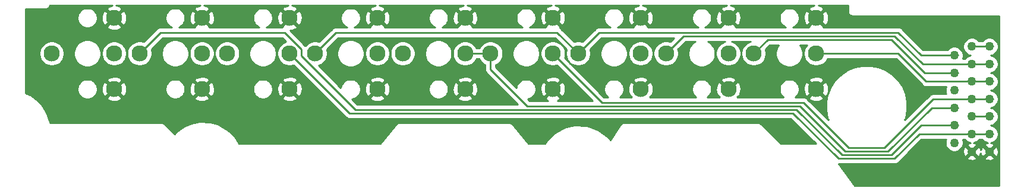
<source format=gtl>
%TF.GenerationSoftware,KiCad,Pcbnew,5.1.12-1.fc35*%
%TF.CreationDate,2022-04-23T06:04:12-07:00*%
%TF.ProjectId,left,6c656674-2e6b-4696-9361-645f70636258,v1.1*%
%TF.SameCoordinates,Original*%
%TF.FileFunction,Copper,L1,Top*%
%TF.FilePolarity,Positive*%
%FSLAX46Y46*%
G04 Gerber Fmt 4.6, Leading zero omitted, Abs format (unit mm)*
G04 Created by KiCad (PCBNEW 5.1.12-1.fc35) date 2022-04-23 06:04:12*
%MOMM*%
%LPD*%
G01*
G04 APERTURE LIST*
%TA.AperFunction,ComponentPad*%
%ADD10C,2.300000*%
%TD*%
%TA.AperFunction,ComponentPad*%
%ADD11C,1.262000*%
%TD*%
%TA.AperFunction,Conductor*%
%ADD12C,0.254000*%
%TD*%
%TA.AperFunction,Conductor*%
%ADD13C,0.100000*%
%TD*%
G04 APERTURE END LIST*
D10*
%TO.P,F2,4*%
%TO.N,Net-(ESC1-Pad2)*%
X110920000Y-107500000D03*
%TO.P,F2,3*%
%TO.N,GND*%
X119810000Y-112580000D03*
%TO.P,F2,2*%
%TO.N,Net-(F2-Pad2)*%
X119810000Y-107500000D03*
%TO.P,F2,1*%
%TO.N,GND*%
X119810000Y-102420000D03*
%TD*%
%TO.P,ESC1,4*%
%TO.N,Net-(ESC1-Pad4)*%
X85920000Y-107500000D03*
%TO.P,ESC1,3*%
%TO.N,GND*%
X94810000Y-112580000D03*
%TO.P,ESC1,2*%
%TO.N,Net-(ESC1-Pad2)*%
X94810000Y-107500000D03*
%TO.P,ESC1,1*%
%TO.N,GND*%
X94810000Y-102420000D03*
%TD*%
%TO.P,F1,4*%
%TO.N,Net-(F1-Pad4)*%
X98420000Y-107500000D03*
%TO.P,F1,3*%
%TO.N,GND*%
X107310000Y-112580000D03*
%TO.P,F1,2*%
%TO.N,Net-(ESC1-Pad2)*%
X107310000Y-107500000D03*
%TO.P,F1,1*%
%TO.N,GND*%
X107310000Y-102420000D03*
%TD*%
%TO.P,F3,4*%
%TO.N,Net-(ESC1-Pad4)*%
X123420000Y-107500000D03*
%TO.P,F3,3*%
%TO.N,GND*%
X132310000Y-112580000D03*
%TO.P,F3,2*%
%TO.N,Net-(F3-Pad2)*%
X132310000Y-107500000D03*
%TO.P,F3,1*%
%TO.N,GND*%
X132310000Y-102420000D03*
%TD*%
%TO.P,F4,4*%
%TO.N,Net-(F4-Pad4)*%
X135920000Y-107500000D03*
%TO.P,F4,3*%
%TO.N,GND*%
X144810000Y-112580000D03*
%TO.P,F4,2*%
%TO.N,Net-(F3-Pad2)*%
X144810000Y-107500000D03*
%TO.P,F4,1*%
%TO.N,GND*%
X144810000Y-102420000D03*
%TD*%
%TO.P,F5,4*%
%TO.N,Net-(F3-Pad2)*%
X148420000Y-107500000D03*
%TO.P,F5,3*%
%TO.N,GND*%
X157310000Y-112580000D03*
%TO.P,F5,2*%
%TO.N,Net-(F5-Pad2)*%
X157310000Y-107500000D03*
%TO.P,F5,1*%
%TO.N,GND*%
X157310000Y-102420000D03*
%TD*%
%TO.P,F6,4*%
%TO.N,Net-(ESC1-Pad4)*%
X160920000Y-107500000D03*
%TO.P,F6,3*%
%TO.N,GND*%
X169810000Y-112580000D03*
%TO.P,F6,2*%
%TO.N,Net-(F6-Pad2)*%
X169810000Y-107500000D03*
%TO.P,F6,1*%
%TO.N,GND*%
X169810000Y-102420000D03*
%TD*%
%TO.P,F7,4*%
%TO.N,Net-(F7-Pad4)*%
X173420000Y-107500000D03*
%TO.P,F7,3*%
%TO.N,GND*%
X182310000Y-112580000D03*
%TO.P,F7,2*%
%TO.N,Net-(F6-Pad2)*%
X182310000Y-107500000D03*
%TO.P,F7,1*%
%TO.N,GND*%
X182310000Y-102420000D03*
%TD*%
%TO.P,F8,4*%
%TO.N,Net-(F8-Pad4)*%
X185920000Y-107500000D03*
%TO.P,F8,3*%
%TO.N,GND*%
X194810000Y-112580000D03*
%TO.P,F8,2*%
%TO.N,Net-(F6-Pad2)*%
X194810000Y-107500000D03*
%TO.P,F8,1*%
%TO.N,GND*%
X194810000Y-102420000D03*
%TD*%
D11*
%TO.P,J1,1*%
%TO.N,GND*%
X217000000Y-121500000D03*
%TO.P,J1,3*%
%TO.N,Net-(F2-Pad2)*%
X217000000Y-119000000D03*
%TO.P,J1,5*%
%TO.N,Net-(J1-Pad5)*%
X217000000Y-116500000D03*
%TO.P,J1,7*%
%TO.N,Net-(F5-Pad2)*%
X217000000Y-114000000D03*
%TO.P,J1,9*%
%TO.N,Net-(F6-Pad2)*%
X217000000Y-111500000D03*
%TO.P,J1,11*%
%TO.N,Net-(F7-Pad4)*%
X217000000Y-109000000D03*
%TO.P,J1,13*%
%TO.N,Net-(ESC1-Pad2)*%
X217000000Y-106500000D03*
%TO.P,J1,2*%
%TO.N,N/C*%
X214500000Y-120250000D03*
%TO.P,J1,4*%
%TO.N,Net-(F1-Pad4)*%
X214500000Y-117750000D03*
%TO.P,J1,6*%
%TO.N,Net-(F3-Pad2)*%
X214500000Y-115250000D03*
%TO.P,J1,8*%
%TO.N,Net-(F4-Pad4)*%
X214500000Y-112750000D03*
%TO.P,J1,10*%
%TO.N,Net-(F8-Pad4)*%
X214500000Y-110250000D03*
%TO.P,J1,12*%
%TO.N,Net-(ESC1-Pad4)*%
X214500000Y-107750000D03*
%TO.P,J1,1B*%
%TO.N,GND*%
X219500000Y-121500000D03*
%TO.P,J1,3B*%
%TO.N,Net-(F2-Pad2)*%
X219500000Y-119000000D03*
%TO.P,J1,5B*%
%TO.N,Net-(J1-Pad5)*%
X219500000Y-116500000D03*
%TO.P,J1,7B*%
%TO.N,Net-(F5-Pad2)*%
X219500000Y-114000000D03*
%TO.P,J1,9B*%
%TO.N,Net-(F6-Pad2)*%
X219500000Y-111500000D03*
%TO.P,J1,11B*%
%TO.N,Net-(F7-Pad4)*%
X219500000Y-109000000D03*
%TO.P,J1,13B*%
%TO.N,Net-(ESC1-Pad2)*%
X219500000Y-106500000D03*
%TD*%
D12*
%TO.N,Net-(ESC1-Pad4)*%
X126420000Y-104500000D02*
X123420000Y-107500000D01*
X157920000Y-104500000D02*
X126420000Y-104500000D01*
X160920000Y-107500000D02*
X157920000Y-104500000D01*
X163920000Y-104500000D02*
X160920000Y-107500000D01*
X209750000Y-107750000D02*
X206500000Y-104500000D01*
X206500000Y-104500000D02*
X163920000Y-104500000D01*
X215000000Y-107750000D02*
X209750000Y-107750000D01*
%TO.N,Net-(ESC1-Pad2)*%
X217500000Y-106500000D02*
X220000000Y-106500000D01*
%TO.N,Net-(F1-Pad4)*%
X215000000Y-117750000D02*
X214750000Y-118000000D01*
X121500000Y-106924118D02*
X119075882Y-104500000D01*
X101420000Y-104500000D02*
X98420000Y-107500000D01*
X129154117Y-115499999D02*
X121500000Y-107845882D01*
X191999999Y-115499999D02*
X129154117Y-115499999D01*
X119075882Y-104500000D02*
X101420000Y-104500000D01*
X198491989Y-121991989D02*
X191999999Y-115499999D01*
X205508011Y-121991989D02*
X198491989Y-121991989D01*
X209750000Y-117750000D02*
X205508011Y-121991989D01*
X121500000Y-107845882D02*
X121500000Y-106924118D01*
X214500000Y-117750000D02*
X209750000Y-117750000D01*
%TO.N,Net-(F2-Pad2)*%
X191508010Y-116008010D02*
X128318010Y-116008010D01*
X198000000Y-122500000D02*
X191508010Y-116008010D01*
X128318010Y-116008010D02*
X119810000Y-107500000D01*
X206000000Y-122500000D02*
X198000000Y-122500000D01*
X209500000Y-119000000D02*
X206000000Y-122500000D01*
X220000000Y-119000000D02*
X209500000Y-119000000D01*
%TO.N,Net-(F3-Pad2)*%
X148420000Y-107500000D02*
X144810000Y-107500000D01*
X148420000Y-109773282D02*
X148420000Y-107500000D01*
X153638706Y-114991988D02*
X148420000Y-109773282D01*
X192491988Y-114991988D02*
X153638706Y-114991988D01*
X198983978Y-121483978D02*
X192491988Y-114991988D01*
X205047586Y-121483978D02*
X198983978Y-121483978D01*
X211281564Y-115250000D02*
X205047586Y-121483978D01*
X215000000Y-115250000D02*
X211281564Y-115250000D01*
%TO.N,Net-(F5-Pad2)*%
X164293977Y-114483977D02*
X157310000Y-107500000D01*
X192983977Y-114483977D02*
X164293977Y-114483977D01*
X204549014Y-120975967D02*
X199475967Y-120975967D01*
X199475967Y-120975967D02*
X192983977Y-114483977D01*
X207777001Y-117747980D02*
X204549014Y-120975967D01*
X207777001Y-117722999D02*
X207777001Y-117747980D01*
X211500000Y-114000000D02*
X207777001Y-117722999D01*
X220000000Y-114000000D02*
X211500000Y-114000000D01*
%TO.N,Net-(F6-Pad2)*%
X206500000Y-107500000D02*
X194810000Y-107500000D01*
X210500000Y-111500000D02*
X206500000Y-107500000D01*
X220000000Y-111500000D02*
X210500000Y-111500000D01*
%TO.N,Net-(F7-Pad4)*%
X175911989Y-105008011D02*
X173420000Y-107500000D01*
X210000000Y-109000000D02*
X206008011Y-105008011D01*
X220000000Y-109000000D02*
X210000000Y-109000000D01*
X206008011Y-105008011D02*
X175911989Y-105008011D01*
%TO.N,Net-(F8-Pad4)*%
X187903978Y-105516022D02*
X185920000Y-107500000D01*
X205516022Y-105516022D02*
X187903978Y-105516022D01*
X215000000Y-110250000D02*
X210250000Y-110250000D01*
X210250000Y-110250000D02*
X205516022Y-105516022D01*
%TO.N,Net-(J1-Pad5)*%
X217500000Y-116500000D02*
X220000000Y-116500000D01*
%TD*%
%TO.N,GND*%
X94404681Y-100672760D02*
X94071600Y-100785406D01*
X93861118Y-100897910D01*
X93747256Y-101177651D01*
X94810000Y-102240395D01*
X95872744Y-101177651D01*
X95758882Y-100897910D01*
X95443704Y-100742039D01*
X95104174Y-100650651D01*
X95094410Y-100650000D01*
X107079083Y-100650000D01*
X106904681Y-100672760D01*
X106571600Y-100785406D01*
X106361118Y-100897910D01*
X106247256Y-101177651D01*
X107310000Y-102240395D01*
X108372744Y-101177651D01*
X108258882Y-100897910D01*
X107943704Y-100742039D01*
X107604174Y-100650651D01*
X107594410Y-100650000D01*
X119579083Y-100650000D01*
X119404681Y-100672760D01*
X119071600Y-100785406D01*
X118861118Y-100897910D01*
X118747256Y-101177651D01*
X119810000Y-102240395D01*
X120872744Y-101177651D01*
X120758882Y-100897910D01*
X120443704Y-100742039D01*
X120104174Y-100650651D01*
X120094410Y-100650000D01*
X132079083Y-100650000D01*
X131904681Y-100672760D01*
X131571600Y-100785406D01*
X131361118Y-100897910D01*
X131247256Y-101177651D01*
X132310000Y-102240395D01*
X133372744Y-101177651D01*
X133258882Y-100897910D01*
X132943704Y-100742039D01*
X132604174Y-100650651D01*
X132594410Y-100650000D01*
X144579083Y-100650000D01*
X144404681Y-100672760D01*
X144071600Y-100785406D01*
X143861118Y-100897910D01*
X143747256Y-101177651D01*
X144810000Y-102240395D01*
X145872744Y-101177651D01*
X145758882Y-100897910D01*
X145443704Y-100742039D01*
X145104174Y-100650651D01*
X145094410Y-100650000D01*
X157079083Y-100650000D01*
X156904681Y-100672760D01*
X156571600Y-100785406D01*
X156361118Y-100897910D01*
X156247256Y-101177651D01*
X157310000Y-102240395D01*
X158372744Y-101177651D01*
X158258882Y-100897910D01*
X157943704Y-100742039D01*
X157604174Y-100650651D01*
X157594410Y-100650000D01*
X169579083Y-100650000D01*
X169404681Y-100672760D01*
X169071600Y-100785406D01*
X168861118Y-100897910D01*
X168747256Y-101177651D01*
X169810000Y-102240395D01*
X170872744Y-101177651D01*
X170758882Y-100897910D01*
X170443704Y-100742039D01*
X170104174Y-100650651D01*
X170094410Y-100650000D01*
X182079083Y-100650000D01*
X181904681Y-100672760D01*
X181571600Y-100785406D01*
X181361118Y-100897910D01*
X181247256Y-101177651D01*
X182310000Y-102240395D01*
X183372744Y-101177651D01*
X183258882Y-100897910D01*
X182943704Y-100742039D01*
X182604174Y-100650651D01*
X182594410Y-100650000D01*
X194579083Y-100650000D01*
X194404681Y-100672760D01*
X194071600Y-100785406D01*
X193861118Y-100897910D01*
X193747256Y-101177651D01*
X194810000Y-102240395D01*
X195872744Y-101177651D01*
X195758882Y-100897910D01*
X195443704Y-100742039D01*
X195104174Y-100650651D01*
X195094410Y-100650000D01*
X199350001Y-100650000D01*
X199350000Y-101468068D01*
X199346855Y-101500000D01*
X199359405Y-101627422D01*
X199396573Y-101749948D01*
X199456930Y-101862868D01*
X199538157Y-101961843D01*
X199637132Y-102043070D01*
X199750052Y-102103427D01*
X199872578Y-102140595D01*
X200000000Y-102153145D01*
X200031931Y-102150000D01*
X220850001Y-102150000D01*
X220850000Y-126350000D01*
X200325000Y-126350000D01*
X198010955Y-123264607D01*
X198037422Y-123262000D01*
X205962577Y-123262000D01*
X206000000Y-123265686D01*
X206037423Y-123262000D01*
X206037426Y-123262000D01*
X206149378Y-123250974D01*
X206293015Y-123207402D01*
X206425392Y-123136645D01*
X206541422Y-123041422D01*
X206565284Y-123012346D01*
X207205690Y-122371940D01*
X216307665Y-122371940D01*
X216358744Y-122598679D01*
X216585408Y-122702671D01*
X216828003Y-122760445D01*
X217077208Y-122769781D01*
X217323447Y-122730320D01*
X217557255Y-122643578D01*
X217641256Y-122598679D01*
X217692335Y-122371940D01*
X218807665Y-122371940D01*
X218858744Y-122598679D01*
X219085408Y-122702671D01*
X219328003Y-122760445D01*
X219577208Y-122769781D01*
X219823447Y-122730320D01*
X220057255Y-122643578D01*
X220141256Y-122598679D01*
X220192335Y-122371940D01*
X219500000Y-121679605D01*
X218807665Y-122371940D01*
X217692335Y-122371940D01*
X217000000Y-121679605D01*
X216307665Y-122371940D01*
X207205690Y-122371940D01*
X208000422Y-121577208D01*
X215730219Y-121577208D01*
X215769680Y-121823447D01*
X215856422Y-122057255D01*
X215901321Y-122141256D01*
X216128060Y-122192335D01*
X216820395Y-121500000D01*
X217179605Y-121500000D01*
X217871940Y-122192335D01*
X218098679Y-122141256D01*
X218202671Y-121914592D01*
X218251457Y-121709736D01*
X218269680Y-121823447D01*
X218356422Y-122057255D01*
X218401321Y-122141256D01*
X218628060Y-122192335D01*
X219320395Y-121500000D01*
X219679605Y-121500000D01*
X220371940Y-122192335D01*
X220598679Y-122141256D01*
X220702671Y-121914592D01*
X220760445Y-121671997D01*
X220769781Y-121422792D01*
X220730320Y-121176553D01*
X220643578Y-120942745D01*
X220598679Y-120858744D01*
X220371940Y-120807665D01*
X219679605Y-121500000D01*
X219320395Y-121500000D01*
X218628060Y-120807665D01*
X218401321Y-120858744D01*
X218297329Y-121085408D01*
X218248543Y-121290264D01*
X218230320Y-121176553D01*
X218143578Y-120942745D01*
X218098679Y-120858744D01*
X217871940Y-120807665D01*
X217179605Y-121500000D01*
X216820395Y-121500000D01*
X216128060Y-120807665D01*
X215901321Y-120858744D01*
X215797329Y-121085408D01*
X215739555Y-121328003D01*
X215730219Y-121577208D01*
X208000422Y-121577208D01*
X209815631Y-119762000D01*
X213331827Y-119762000D01*
X213282651Y-119880721D01*
X213234000Y-120125310D01*
X213234000Y-120374690D01*
X213282651Y-120619279D01*
X213378085Y-120849676D01*
X213516633Y-121057028D01*
X213692972Y-121233367D01*
X213900324Y-121371915D01*
X214130721Y-121467349D01*
X214375310Y-121516000D01*
X214624690Y-121516000D01*
X214869279Y-121467349D01*
X215099676Y-121371915D01*
X215307028Y-121233367D01*
X215483367Y-121057028D01*
X215621915Y-120849676D01*
X215717349Y-120619279D01*
X215766000Y-120374690D01*
X215766000Y-120125310D01*
X215717349Y-119880721D01*
X215668173Y-119762000D01*
X215986546Y-119762000D01*
X216016633Y-119807028D01*
X216192972Y-119983367D01*
X216400324Y-120121915D01*
X216630721Y-120217349D01*
X216796873Y-120250398D01*
X216676553Y-120269680D01*
X216442745Y-120356422D01*
X216358744Y-120401321D01*
X216307665Y-120628060D01*
X217000000Y-121320395D01*
X217692335Y-120628060D01*
X217641256Y-120401321D01*
X217414592Y-120297329D01*
X217210974Y-120248837D01*
X217369279Y-120217349D01*
X217599676Y-120121915D01*
X217807028Y-119983367D01*
X217983367Y-119807028D01*
X218013454Y-119762000D01*
X218486546Y-119762000D01*
X218516633Y-119807028D01*
X218692972Y-119983367D01*
X218900324Y-120121915D01*
X219130721Y-120217349D01*
X219296873Y-120250398D01*
X219176553Y-120269680D01*
X218942745Y-120356422D01*
X218858744Y-120401321D01*
X218807665Y-120628060D01*
X219500000Y-121320395D01*
X220192335Y-120628060D01*
X220141256Y-120401321D01*
X219914592Y-120297329D01*
X219710974Y-120248837D01*
X219869279Y-120217349D01*
X220099676Y-120121915D01*
X220307028Y-119983367D01*
X220483367Y-119807028D01*
X220621915Y-119599676D01*
X220717349Y-119369279D01*
X220766000Y-119124690D01*
X220766000Y-118875310D01*
X220717349Y-118630721D01*
X220621915Y-118400324D01*
X220483367Y-118192972D01*
X220307028Y-118016633D01*
X220099676Y-117878085D01*
X219869279Y-117782651D01*
X219705129Y-117750000D01*
X219869279Y-117717349D01*
X220099676Y-117621915D01*
X220307028Y-117483367D01*
X220483367Y-117307028D01*
X220621915Y-117099676D01*
X220717349Y-116869279D01*
X220766000Y-116624690D01*
X220766000Y-116375310D01*
X220717349Y-116130721D01*
X220621915Y-115900324D01*
X220483367Y-115692972D01*
X220307028Y-115516633D01*
X220099676Y-115378085D01*
X219869279Y-115282651D01*
X219705129Y-115250000D01*
X219869279Y-115217349D01*
X220099676Y-115121915D01*
X220307028Y-114983367D01*
X220483367Y-114807028D01*
X220621915Y-114599676D01*
X220717349Y-114369279D01*
X220766000Y-114124690D01*
X220766000Y-113875310D01*
X220717349Y-113630721D01*
X220621915Y-113400324D01*
X220483367Y-113192972D01*
X220307028Y-113016633D01*
X220099676Y-112878085D01*
X219869279Y-112782651D01*
X219705129Y-112750000D01*
X219869279Y-112717349D01*
X220099676Y-112621915D01*
X220307028Y-112483367D01*
X220483367Y-112307028D01*
X220621915Y-112099676D01*
X220717349Y-111869279D01*
X220766000Y-111624690D01*
X220766000Y-111375310D01*
X220717349Y-111130721D01*
X220621915Y-110900324D01*
X220483367Y-110692972D01*
X220307028Y-110516633D01*
X220099676Y-110378085D01*
X219869279Y-110282651D01*
X219705129Y-110250000D01*
X219869279Y-110217349D01*
X220099676Y-110121915D01*
X220307028Y-109983367D01*
X220483367Y-109807028D01*
X220621915Y-109599676D01*
X220717349Y-109369279D01*
X220766000Y-109124690D01*
X220766000Y-108875310D01*
X220717349Y-108630721D01*
X220621915Y-108400324D01*
X220483367Y-108192972D01*
X220307028Y-108016633D01*
X220099676Y-107878085D01*
X219869279Y-107782651D01*
X219705129Y-107750000D01*
X219869279Y-107717349D01*
X220099676Y-107621915D01*
X220307028Y-107483367D01*
X220483367Y-107307028D01*
X220621915Y-107099676D01*
X220717349Y-106869279D01*
X220766000Y-106624690D01*
X220766000Y-106375310D01*
X220717349Y-106130721D01*
X220621915Y-105900324D01*
X220483367Y-105692972D01*
X220307028Y-105516633D01*
X220099676Y-105378085D01*
X219869279Y-105282651D01*
X219624690Y-105234000D01*
X219375310Y-105234000D01*
X219130721Y-105282651D01*
X218900324Y-105378085D01*
X218692972Y-105516633D01*
X218516633Y-105692972D01*
X218486546Y-105738000D01*
X218013454Y-105738000D01*
X217983367Y-105692972D01*
X217807028Y-105516633D01*
X217599676Y-105378085D01*
X217369279Y-105282651D01*
X217124690Y-105234000D01*
X216875310Y-105234000D01*
X216630721Y-105282651D01*
X216400324Y-105378085D01*
X216192972Y-105516633D01*
X216016633Y-105692972D01*
X215878085Y-105900324D01*
X215782651Y-106130721D01*
X215734000Y-106375310D01*
X215734000Y-106624690D01*
X215782651Y-106869279D01*
X215878085Y-107099676D01*
X216016633Y-107307028D01*
X216192972Y-107483367D01*
X216400324Y-107621915D01*
X216630721Y-107717349D01*
X216794871Y-107750000D01*
X216630721Y-107782651D01*
X216400324Y-107878085D01*
X216192972Y-108016633D01*
X216016633Y-108192972D01*
X215986546Y-108238000D01*
X215668173Y-108238000D01*
X215717349Y-108119279D01*
X215766000Y-107874690D01*
X215766000Y-107625310D01*
X215717349Y-107380721D01*
X215621915Y-107150324D01*
X215483367Y-106942972D01*
X215307028Y-106766633D01*
X215099676Y-106628085D01*
X214869279Y-106532651D01*
X214624690Y-106484000D01*
X214375310Y-106484000D01*
X214130721Y-106532651D01*
X213900324Y-106628085D01*
X213692972Y-106766633D01*
X213516633Y-106942972D01*
X213486546Y-106988000D01*
X210065631Y-106988000D01*
X207065284Y-103987654D01*
X207041422Y-103958578D01*
X206925392Y-103863355D01*
X206793015Y-103792598D01*
X206649378Y-103749026D01*
X206537426Y-103738000D01*
X206537423Y-103738000D01*
X206500000Y-103734314D01*
X206462577Y-103738000D01*
X195841952Y-103738000D01*
X195872744Y-103662349D01*
X194810000Y-102599605D01*
X193747256Y-103662349D01*
X193778048Y-103738000D01*
X191502573Y-103738000D01*
X191667885Y-103669525D01*
X191898822Y-103515218D01*
X192095218Y-103318822D01*
X192249525Y-103087885D01*
X192355814Y-102831282D01*
X192410000Y-102558873D01*
X192410000Y-102476661D01*
X193017259Y-102476661D01*
X193062760Y-102825319D01*
X193175406Y-103158400D01*
X193287910Y-103368882D01*
X193567651Y-103482744D01*
X194630395Y-102420000D01*
X194989605Y-102420000D01*
X196052349Y-103482744D01*
X196332090Y-103368882D01*
X196487961Y-103053704D01*
X196579349Y-102714174D01*
X196602741Y-102363339D01*
X196557240Y-102014681D01*
X196444594Y-101681600D01*
X196332090Y-101471118D01*
X196052349Y-101357256D01*
X194989605Y-102420000D01*
X194630395Y-102420000D01*
X193567651Y-101357256D01*
X193287910Y-101471118D01*
X193132039Y-101786296D01*
X193040651Y-102125826D01*
X193017259Y-102476661D01*
X192410000Y-102476661D01*
X192410000Y-102281127D01*
X192355814Y-102008718D01*
X192249525Y-101752115D01*
X192095218Y-101521178D01*
X191898822Y-101324782D01*
X191667885Y-101170475D01*
X191411282Y-101064186D01*
X191138873Y-101010000D01*
X190861127Y-101010000D01*
X190588718Y-101064186D01*
X190332115Y-101170475D01*
X190101178Y-101324782D01*
X189904782Y-101521178D01*
X189750475Y-101752115D01*
X189644186Y-102008718D01*
X189590000Y-102281127D01*
X189590000Y-102558873D01*
X189644186Y-102831282D01*
X189750475Y-103087885D01*
X189904782Y-103318822D01*
X190101178Y-103515218D01*
X190332115Y-103669525D01*
X190497427Y-103738000D01*
X183341952Y-103738000D01*
X183372744Y-103662349D01*
X182310000Y-102599605D01*
X181247256Y-103662349D01*
X181278048Y-103738000D01*
X179002573Y-103738000D01*
X179167885Y-103669525D01*
X179398822Y-103515218D01*
X179595218Y-103318822D01*
X179749525Y-103087885D01*
X179855814Y-102831282D01*
X179910000Y-102558873D01*
X179910000Y-102476661D01*
X180517259Y-102476661D01*
X180562760Y-102825319D01*
X180675406Y-103158400D01*
X180787910Y-103368882D01*
X181067651Y-103482744D01*
X182130395Y-102420000D01*
X182489605Y-102420000D01*
X183552349Y-103482744D01*
X183832090Y-103368882D01*
X183987961Y-103053704D01*
X184079349Y-102714174D01*
X184102741Y-102363339D01*
X184057240Y-102014681D01*
X183944594Y-101681600D01*
X183832090Y-101471118D01*
X183552349Y-101357256D01*
X182489605Y-102420000D01*
X182130395Y-102420000D01*
X181067651Y-101357256D01*
X180787910Y-101471118D01*
X180632039Y-101786296D01*
X180540651Y-102125826D01*
X180517259Y-102476661D01*
X179910000Y-102476661D01*
X179910000Y-102281127D01*
X179855814Y-102008718D01*
X179749525Y-101752115D01*
X179595218Y-101521178D01*
X179398822Y-101324782D01*
X179167885Y-101170475D01*
X178911282Y-101064186D01*
X178638873Y-101010000D01*
X178361127Y-101010000D01*
X178088718Y-101064186D01*
X177832115Y-101170475D01*
X177601178Y-101324782D01*
X177404782Y-101521178D01*
X177250475Y-101752115D01*
X177144186Y-102008718D01*
X177090000Y-102281127D01*
X177090000Y-102558873D01*
X177144186Y-102831282D01*
X177250475Y-103087885D01*
X177404782Y-103318822D01*
X177601178Y-103515218D01*
X177832115Y-103669525D01*
X177997427Y-103738000D01*
X170841952Y-103738000D01*
X170872744Y-103662349D01*
X169810000Y-102599605D01*
X168747256Y-103662349D01*
X168778048Y-103738000D01*
X166502573Y-103738000D01*
X166667885Y-103669525D01*
X166898822Y-103515218D01*
X167095218Y-103318822D01*
X167249525Y-103087885D01*
X167355814Y-102831282D01*
X167410000Y-102558873D01*
X167410000Y-102476661D01*
X168017259Y-102476661D01*
X168062760Y-102825319D01*
X168175406Y-103158400D01*
X168287910Y-103368882D01*
X168567651Y-103482744D01*
X169630395Y-102420000D01*
X169989605Y-102420000D01*
X171052349Y-103482744D01*
X171332090Y-103368882D01*
X171487961Y-103053704D01*
X171579349Y-102714174D01*
X171602741Y-102363339D01*
X171557240Y-102014681D01*
X171444594Y-101681600D01*
X171332090Y-101471118D01*
X171052349Y-101357256D01*
X169989605Y-102420000D01*
X169630395Y-102420000D01*
X168567651Y-101357256D01*
X168287910Y-101471118D01*
X168132039Y-101786296D01*
X168040651Y-102125826D01*
X168017259Y-102476661D01*
X167410000Y-102476661D01*
X167410000Y-102281127D01*
X167355814Y-102008718D01*
X167249525Y-101752115D01*
X167095218Y-101521178D01*
X166898822Y-101324782D01*
X166667885Y-101170475D01*
X166411282Y-101064186D01*
X166138873Y-101010000D01*
X165861127Y-101010000D01*
X165588718Y-101064186D01*
X165332115Y-101170475D01*
X165101178Y-101324782D01*
X164904782Y-101521178D01*
X164750475Y-101752115D01*
X164644186Y-102008718D01*
X164590000Y-102281127D01*
X164590000Y-102558873D01*
X164644186Y-102831282D01*
X164750475Y-103087885D01*
X164904782Y-103318822D01*
X165101178Y-103515218D01*
X165332115Y-103669525D01*
X165497427Y-103738000D01*
X163957423Y-103738000D01*
X163920000Y-103734314D01*
X163882577Y-103738000D01*
X163882574Y-103738000D01*
X163770622Y-103749026D01*
X163626985Y-103792598D01*
X163565364Y-103825535D01*
X163494607Y-103863355D01*
X163452219Y-103898143D01*
X163378578Y-103958578D01*
X163354716Y-103987654D01*
X161524181Y-105818189D01*
X161440665Y-105783596D01*
X161095807Y-105715000D01*
X160744193Y-105715000D01*
X160399335Y-105783596D01*
X160315819Y-105818189D01*
X158485284Y-103987654D01*
X158461422Y-103958578D01*
X158345392Y-103863355D01*
X158300661Y-103839446D01*
X158372744Y-103662349D01*
X157310000Y-102599605D01*
X156247256Y-103662349D01*
X156278048Y-103738000D01*
X154002573Y-103738000D01*
X154167885Y-103669525D01*
X154398822Y-103515218D01*
X154595218Y-103318822D01*
X154749525Y-103087885D01*
X154855814Y-102831282D01*
X154910000Y-102558873D01*
X154910000Y-102476661D01*
X155517259Y-102476661D01*
X155562760Y-102825319D01*
X155675406Y-103158400D01*
X155787910Y-103368882D01*
X156067651Y-103482744D01*
X157130395Y-102420000D01*
X157489605Y-102420000D01*
X158552349Y-103482744D01*
X158832090Y-103368882D01*
X158987961Y-103053704D01*
X159079349Y-102714174D01*
X159102741Y-102363339D01*
X159057240Y-102014681D01*
X158944594Y-101681600D01*
X158832090Y-101471118D01*
X158552349Y-101357256D01*
X157489605Y-102420000D01*
X157130395Y-102420000D01*
X156067651Y-101357256D01*
X155787910Y-101471118D01*
X155632039Y-101786296D01*
X155540651Y-102125826D01*
X155517259Y-102476661D01*
X154910000Y-102476661D01*
X154910000Y-102281127D01*
X154855814Y-102008718D01*
X154749525Y-101752115D01*
X154595218Y-101521178D01*
X154398822Y-101324782D01*
X154167885Y-101170475D01*
X153911282Y-101064186D01*
X153638873Y-101010000D01*
X153361127Y-101010000D01*
X153088718Y-101064186D01*
X152832115Y-101170475D01*
X152601178Y-101324782D01*
X152404782Y-101521178D01*
X152250475Y-101752115D01*
X152144186Y-102008718D01*
X152090000Y-102281127D01*
X152090000Y-102558873D01*
X152144186Y-102831282D01*
X152250475Y-103087885D01*
X152404782Y-103318822D01*
X152601178Y-103515218D01*
X152832115Y-103669525D01*
X152997427Y-103738000D01*
X145841952Y-103738000D01*
X145872744Y-103662349D01*
X144810000Y-102599605D01*
X143747256Y-103662349D01*
X143778048Y-103738000D01*
X141502573Y-103738000D01*
X141667885Y-103669525D01*
X141898822Y-103515218D01*
X142095218Y-103318822D01*
X142249525Y-103087885D01*
X142355814Y-102831282D01*
X142410000Y-102558873D01*
X142410000Y-102476661D01*
X143017259Y-102476661D01*
X143062760Y-102825319D01*
X143175406Y-103158400D01*
X143287910Y-103368882D01*
X143567651Y-103482744D01*
X144630395Y-102420000D01*
X144989605Y-102420000D01*
X146052349Y-103482744D01*
X146332090Y-103368882D01*
X146487961Y-103053704D01*
X146579349Y-102714174D01*
X146602741Y-102363339D01*
X146557240Y-102014681D01*
X146444594Y-101681600D01*
X146332090Y-101471118D01*
X146052349Y-101357256D01*
X144989605Y-102420000D01*
X144630395Y-102420000D01*
X143567651Y-101357256D01*
X143287910Y-101471118D01*
X143132039Y-101786296D01*
X143040651Y-102125826D01*
X143017259Y-102476661D01*
X142410000Y-102476661D01*
X142410000Y-102281127D01*
X142355814Y-102008718D01*
X142249525Y-101752115D01*
X142095218Y-101521178D01*
X141898822Y-101324782D01*
X141667885Y-101170475D01*
X141411282Y-101064186D01*
X141138873Y-101010000D01*
X140861127Y-101010000D01*
X140588718Y-101064186D01*
X140332115Y-101170475D01*
X140101178Y-101324782D01*
X139904782Y-101521178D01*
X139750475Y-101752115D01*
X139644186Y-102008718D01*
X139590000Y-102281127D01*
X139590000Y-102558873D01*
X139644186Y-102831282D01*
X139750475Y-103087885D01*
X139904782Y-103318822D01*
X140101178Y-103515218D01*
X140332115Y-103669525D01*
X140497427Y-103738000D01*
X133341952Y-103738000D01*
X133372744Y-103662349D01*
X132310000Y-102599605D01*
X131247256Y-103662349D01*
X131278048Y-103738000D01*
X129002573Y-103738000D01*
X129167885Y-103669525D01*
X129398822Y-103515218D01*
X129595218Y-103318822D01*
X129749525Y-103087885D01*
X129855814Y-102831282D01*
X129910000Y-102558873D01*
X129910000Y-102476661D01*
X130517259Y-102476661D01*
X130562760Y-102825319D01*
X130675406Y-103158400D01*
X130787910Y-103368882D01*
X131067651Y-103482744D01*
X132130395Y-102420000D01*
X132489605Y-102420000D01*
X133552349Y-103482744D01*
X133832090Y-103368882D01*
X133987961Y-103053704D01*
X134079349Y-102714174D01*
X134102741Y-102363339D01*
X134057240Y-102014681D01*
X133944594Y-101681600D01*
X133832090Y-101471118D01*
X133552349Y-101357256D01*
X132489605Y-102420000D01*
X132130395Y-102420000D01*
X131067651Y-101357256D01*
X130787910Y-101471118D01*
X130632039Y-101786296D01*
X130540651Y-102125826D01*
X130517259Y-102476661D01*
X129910000Y-102476661D01*
X129910000Y-102281127D01*
X129855814Y-102008718D01*
X129749525Y-101752115D01*
X129595218Y-101521178D01*
X129398822Y-101324782D01*
X129167885Y-101170475D01*
X128911282Y-101064186D01*
X128638873Y-101010000D01*
X128361127Y-101010000D01*
X128088718Y-101064186D01*
X127832115Y-101170475D01*
X127601178Y-101324782D01*
X127404782Y-101521178D01*
X127250475Y-101752115D01*
X127144186Y-102008718D01*
X127090000Y-102281127D01*
X127090000Y-102558873D01*
X127144186Y-102831282D01*
X127250475Y-103087885D01*
X127404782Y-103318822D01*
X127601178Y-103515218D01*
X127832115Y-103669525D01*
X127997427Y-103738000D01*
X126457423Y-103738000D01*
X126420000Y-103734314D01*
X126382577Y-103738000D01*
X126382574Y-103738000D01*
X126270622Y-103749026D01*
X126126985Y-103792598D01*
X126065364Y-103825535D01*
X125994607Y-103863355D01*
X125952219Y-103898143D01*
X125878578Y-103958578D01*
X125854716Y-103987654D01*
X124024181Y-105818189D01*
X123940665Y-105783596D01*
X123595807Y-105715000D01*
X123244193Y-105715000D01*
X122899335Y-105783596D01*
X122574485Y-105918153D01*
X122282129Y-106113500D01*
X122033500Y-106362129D01*
X122027430Y-106371213D01*
X122012346Y-106358834D01*
X119866224Y-104212712D01*
X119866661Y-104212741D01*
X120215319Y-104167240D01*
X120548400Y-104054594D01*
X120758882Y-103942090D01*
X120872744Y-103662349D01*
X119810000Y-102599605D01*
X118747256Y-103662349D01*
X118778048Y-103738000D01*
X116502573Y-103738000D01*
X116667885Y-103669525D01*
X116898822Y-103515218D01*
X117095218Y-103318822D01*
X117249525Y-103087885D01*
X117355814Y-102831282D01*
X117410000Y-102558873D01*
X117410000Y-102476661D01*
X118017259Y-102476661D01*
X118062760Y-102825319D01*
X118175406Y-103158400D01*
X118287910Y-103368882D01*
X118567651Y-103482744D01*
X119630395Y-102420000D01*
X119989605Y-102420000D01*
X121052349Y-103482744D01*
X121332090Y-103368882D01*
X121487961Y-103053704D01*
X121579349Y-102714174D01*
X121602741Y-102363339D01*
X121557240Y-102014681D01*
X121444594Y-101681600D01*
X121332090Y-101471118D01*
X121052349Y-101357256D01*
X119989605Y-102420000D01*
X119630395Y-102420000D01*
X118567651Y-101357256D01*
X118287910Y-101471118D01*
X118132039Y-101786296D01*
X118040651Y-102125826D01*
X118017259Y-102476661D01*
X117410000Y-102476661D01*
X117410000Y-102281127D01*
X117355814Y-102008718D01*
X117249525Y-101752115D01*
X117095218Y-101521178D01*
X116898822Y-101324782D01*
X116667885Y-101170475D01*
X116411282Y-101064186D01*
X116138873Y-101010000D01*
X115861127Y-101010000D01*
X115588718Y-101064186D01*
X115332115Y-101170475D01*
X115101178Y-101324782D01*
X114904782Y-101521178D01*
X114750475Y-101752115D01*
X114644186Y-102008718D01*
X114590000Y-102281127D01*
X114590000Y-102558873D01*
X114644186Y-102831282D01*
X114750475Y-103087885D01*
X114904782Y-103318822D01*
X115101178Y-103515218D01*
X115332115Y-103669525D01*
X115497427Y-103738000D01*
X108341952Y-103738000D01*
X108372744Y-103662349D01*
X107310000Y-102599605D01*
X106247256Y-103662349D01*
X106278048Y-103738000D01*
X104002573Y-103738000D01*
X104167885Y-103669525D01*
X104398822Y-103515218D01*
X104595218Y-103318822D01*
X104749525Y-103087885D01*
X104855814Y-102831282D01*
X104910000Y-102558873D01*
X104910000Y-102476661D01*
X105517259Y-102476661D01*
X105562760Y-102825319D01*
X105675406Y-103158400D01*
X105787910Y-103368882D01*
X106067651Y-103482744D01*
X107130395Y-102420000D01*
X107489605Y-102420000D01*
X108552349Y-103482744D01*
X108832090Y-103368882D01*
X108987961Y-103053704D01*
X109079349Y-102714174D01*
X109102741Y-102363339D01*
X109057240Y-102014681D01*
X108944594Y-101681600D01*
X108832090Y-101471118D01*
X108552349Y-101357256D01*
X107489605Y-102420000D01*
X107130395Y-102420000D01*
X106067651Y-101357256D01*
X105787910Y-101471118D01*
X105632039Y-101786296D01*
X105540651Y-102125826D01*
X105517259Y-102476661D01*
X104910000Y-102476661D01*
X104910000Y-102281127D01*
X104855814Y-102008718D01*
X104749525Y-101752115D01*
X104595218Y-101521178D01*
X104398822Y-101324782D01*
X104167885Y-101170475D01*
X103911282Y-101064186D01*
X103638873Y-101010000D01*
X103361127Y-101010000D01*
X103088718Y-101064186D01*
X102832115Y-101170475D01*
X102601178Y-101324782D01*
X102404782Y-101521178D01*
X102250475Y-101752115D01*
X102144186Y-102008718D01*
X102090000Y-102281127D01*
X102090000Y-102558873D01*
X102144186Y-102831282D01*
X102250475Y-103087885D01*
X102404782Y-103318822D01*
X102601178Y-103515218D01*
X102832115Y-103669525D01*
X102997427Y-103738000D01*
X101457423Y-103738000D01*
X101420000Y-103734314D01*
X101382577Y-103738000D01*
X101382574Y-103738000D01*
X101270622Y-103749026D01*
X101126985Y-103792598D01*
X101065364Y-103825535D01*
X100994607Y-103863355D01*
X100952219Y-103898143D01*
X100878578Y-103958578D01*
X100854716Y-103987654D01*
X99024181Y-105818189D01*
X98940665Y-105783596D01*
X98595807Y-105715000D01*
X98244193Y-105715000D01*
X97899335Y-105783596D01*
X97574485Y-105918153D01*
X97282129Y-106113500D01*
X97033500Y-106362129D01*
X96838153Y-106654485D01*
X96703596Y-106979335D01*
X96635000Y-107324193D01*
X96635000Y-107675807D01*
X96703596Y-108020665D01*
X96838153Y-108345515D01*
X97033500Y-108637871D01*
X97282129Y-108886500D01*
X97574485Y-109081847D01*
X97899335Y-109216404D01*
X98244193Y-109285000D01*
X98595807Y-109285000D01*
X98940665Y-109216404D01*
X99265515Y-109081847D01*
X99557871Y-108886500D01*
X99806500Y-108637871D01*
X100001847Y-108345515D01*
X100136404Y-108020665D01*
X100205000Y-107675807D01*
X100205000Y-107324193D01*
X100202062Y-107309419D01*
X101565000Y-107309419D01*
X101565000Y-107690581D01*
X101639361Y-108064419D01*
X101785225Y-108416566D01*
X101996987Y-108733491D01*
X102266509Y-109003013D01*
X102583434Y-109214775D01*
X102935581Y-109360639D01*
X103309419Y-109435000D01*
X103690581Y-109435000D01*
X104064419Y-109360639D01*
X104416566Y-109214775D01*
X104733491Y-109003013D01*
X105003013Y-108733491D01*
X105214775Y-108416566D01*
X105360639Y-108064419D01*
X105435000Y-107690581D01*
X105435000Y-107324193D01*
X105525000Y-107324193D01*
X105525000Y-107675807D01*
X105593596Y-108020665D01*
X105728153Y-108345515D01*
X105923500Y-108637871D01*
X106172129Y-108886500D01*
X106464485Y-109081847D01*
X106789335Y-109216404D01*
X107134193Y-109285000D01*
X107485807Y-109285000D01*
X107830665Y-109216404D01*
X108155515Y-109081847D01*
X108447871Y-108886500D01*
X108696500Y-108637871D01*
X108891847Y-108345515D01*
X109026404Y-108020665D01*
X109095000Y-107675807D01*
X109095000Y-107324193D01*
X109135000Y-107324193D01*
X109135000Y-107675807D01*
X109203596Y-108020665D01*
X109338153Y-108345515D01*
X109533500Y-108637871D01*
X109782129Y-108886500D01*
X110074485Y-109081847D01*
X110399335Y-109216404D01*
X110744193Y-109285000D01*
X111095807Y-109285000D01*
X111440665Y-109216404D01*
X111765515Y-109081847D01*
X112057871Y-108886500D01*
X112306500Y-108637871D01*
X112501847Y-108345515D01*
X112636404Y-108020665D01*
X112705000Y-107675807D01*
X112705000Y-107324193D01*
X112702062Y-107309419D01*
X114065000Y-107309419D01*
X114065000Y-107690581D01*
X114139361Y-108064419D01*
X114285225Y-108416566D01*
X114496987Y-108733491D01*
X114766509Y-109003013D01*
X115083434Y-109214775D01*
X115435581Y-109360639D01*
X115809419Y-109435000D01*
X116190581Y-109435000D01*
X116564419Y-109360639D01*
X116916566Y-109214775D01*
X117233491Y-109003013D01*
X117503013Y-108733491D01*
X117714775Y-108416566D01*
X117860639Y-108064419D01*
X117935000Y-107690581D01*
X117935000Y-107309419D01*
X117860639Y-106935581D01*
X117714775Y-106583434D01*
X117503013Y-106266509D01*
X117233491Y-105996987D01*
X116916566Y-105785225D01*
X116564419Y-105639361D01*
X116190581Y-105565000D01*
X115809419Y-105565000D01*
X115435581Y-105639361D01*
X115083434Y-105785225D01*
X114766509Y-105996987D01*
X114496987Y-106266509D01*
X114285225Y-106583434D01*
X114139361Y-106935581D01*
X114065000Y-107309419D01*
X112702062Y-107309419D01*
X112636404Y-106979335D01*
X112501847Y-106654485D01*
X112306500Y-106362129D01*
X112057871Y-106113500D01*
X111765515Y-105918153D01*
X111440665Y-105783596D01*
X111095807Y-105715000D01*
X110744193Y-105715000D01*
X110399335Y-105783596D01*
X110074485Y-105918153D01*
X109782129Y-106113500D01*
X109533500Y-106362129D01*
X109338153Y-106654485D01*
X109203596Y-106979335D01*
X109135000Y-107324193D01*
X109095000Y-107324193D01*
X109026404Y-106979335D01*
X108891847Y-106654485D01*
X108696500Y-106362129D01*
X108447871Y-106113500D01*
X108155515Y-105918153D01*
X107830665Y-105783596D01*
X107485807Y-105715000D01*
X107134193Y-105715000D01*
X106789335Y-105783596D01*
X106464485Y-105918153D01*
X106172129Y-106113500D01*
X105923500Y-106362129D01*
X105728153Y-106654485D01*
X105593596Y-106979335D01*
X105525000Y-107324193D01*
X105435000Y-107324193D01*
X105435000Y-107309419D01*
X105360639Y-106935581D01*
X105214775Y-106583434D01*
X105003013Y-106266509D01*
X104733491Y-105996987D01*
X104416566Y-105785225D01*
X104064419Y-105639361D01*
X103690581Y-105565000D01*
X103309419Y-105565000D01*
X102935581Y-105639361D01*
X102583434Y-105785225D01*
X102266509Y-105996987D01*
X101996987Y-106266509D01*
X101785225Y-106583434D01*
X101639361Y-106935581D01*
X101565000Y-107309419D01*
X100202062Y-107309419D01*
X100136404Y-106979335D01*
X100101811Y-106895819D01*
X101735630Y-105262000D01*
X118760252Y-105262000D01*
X119284041Y-105785789D01*
X118964485Y-105918153D01*
X118672129Y-106113500D01*
X118423500Y-106362129D01*
X118228153Y-106654485D01*
X118093596Y-106979335D01*
X118025000Y-107324193D01*
X118025000Y-107675807D01*
X118093596Y-108020665D01*
X118228153Y-108345515D01*
X118423500Y-108637871D01*
X118672129Y-108886500D01*
X118964485Y-109081847D01*
X119289335Y-109216404D01*
X119634193Y-109285000D01*
X119985807Y-109285000D01*
X120330665Y-109216404D01*
X120414181Y-109181811D01*
X127752730Y-116520361D01*
X127776588Y-116549432D01*
X127892618Y-116644655D01*
X128024995Y-116715412D01*
X128168632Y-116758984D01*
X128280584Y-116770010D01*
X128280586Y-116770010D01*
X128318009Y-116773696D01*
X128355432Y-116770010D01*
X191192380Y-116770010D01*
X194772369Y-120350000D01*
X189769238Y-120350000D01*
X186982198Y-117562960D01*
X186961843Y-117538157D01*
X186862868Y-117456930D01*
X186749948Y-117396573D01*
X186627422Y-117359405D01*
X186531932Y-117350000D01*
X186531921Y-117350000D01*
X186500000Y-117346856D01*
X186468079Y-117350000D01*
X167531583Y-117350000D01*
X167499316Y-117346856D01*
X167436831Y-117353077D01*
X167372578Y-117359405D01*
X167372243Y-117359507D01*
X167371907Y-117359540D01*
X167311562Y-117377914D01*
X167250052Y-117396573D01*
X167249748Y-117396735D01*
X167249421Y-117396835D01*
X167193410Y-117426849D01*
X167137132Y-117456930D01*
X167136866Y-117457148D01*
X167136564Y-117457310D01*
X167087302Y-117497824D01*
X167038157Y-117538157D01*
X167037940Y-117538421D01*
X167037673Y-117538641D01*
X166997132Y-117588146D01*
X166956930Y-117637132D01*
X166941646Y-117665727D01*
X165463005Y-119883689D01*
X164969768Y-119289102D01*
X164946123Y-119267046D01*
X163750225Y-118407858D01*
X163720321Y-118391938D01*
X162187715Y-117823016D01*
X162173220Y-117818599D01*
X162148560Y-117815177D01*
X160395352Y-117745513D01*
X160360194Y-117749035D01*
X158885641Y-118108965D01*
X158853050Y-118121904D01*
X157482993Y-118899818D01*
X157455897Y-118920454D01*
X156585098Y-119791253D01*
X156568106Y-119812326D01*
X156222078Y-120350000D01*
X153804443Y-120350000D01*
X151500948Y-117585806D01*
X151461843Y-117538157D01*
X151435146Y-117516247D01*
X151410545Y-117492013D01*
X151385781Y-117475735D01*
X151362868Y-117456930D01*
X151332402Y-117440646D01*
X151303552Y-117421681D01*
X151276095Y-117410549D01*
X151249948Y-117396573D01*
X151216890Y-117386545D01*
X151184895Y-117373573D01*
X151155792Y-117368011D01*
X151127422Y-117359405D01*
X151093044Y-117356019D01*
X151059132Y-117349538D01*
X150997644Y-117350000D01*
X135502356Y-117350000D01*
X135440867Y-117349538D01*
X135406954Y-117356019D01*
X135372578Y-117359405D01*
X135344209Y-117368011D01*
X135315104Y-117373573D01*
X135283104Y-117386547D01*
X135250052Y-117396573D01*
X135223914Y-117410544D01*
X135196447Y-117421680D01*
X135167587Y-117440652D01*
X135137132Y-117456930D01*
X135114224Y-117475730D01*
X135089454Y-117492013D01*
X135064848Y-117516252D01*
X135038157Y-117538157D01*
X134999116Y-117585728D01*
X132695556Y-120350000D01*
X112609476Y-120350000D01*
X112087748Y-119488016D01*
X112068903Y-119463974D01*
X111082462Y-118477533D01*
X111059707Y-118459477D01*
X109822476Y-117690387D01*
X109789671Y-117675950D01*
X108535721Y-117324844D01*
X108510020Y-117320428D01*
X107021999Y-117220112D01*
X106987847Y-117222433D01*
X105850932Y-117456504D01*
X105824426Y-117465081D01*
X104821265Y-117916503D01*
X104803294Y-117926408D01*
X103666379Y-118678778D01*
X103639817Y-118702298D01*
X103401316Y-118982078D01*
X101982198Y-117562960D01*
X101961843Y-117538157D01*
X101862868Y-117456930D01*
X101749948Y-117396573D01*
X101627422Y-117359405D01*
X101531932Y-117350000D01*
X101531921Y-117350000D01*
X101500000Y-117346856D01*
X101468079Y-117350000D01*
X85677185Y-117350000D01*
X85676982Y-117348318D01*
X85671493Y-117323700D01*
X85276731Y-116127803D01*
X85265659Y-116103325D01*
X84638684Y-115035145D01*
X84624828Y-115015909D01*
X83986242Y-114284438D01*
X83964890Y-114264977D01*
X82838656Y-113452231D01*
X82812627Y-113437754D01*
X82150000Y-113165341D01*
X82150000Y-112441127D01*
X89590000Y-112441127D01*
X89590000Y-112718873D01*
X89644186Y-112991282D01*
X89750475Y-113247885D01*
X89904782Y-113478822D01*
X90101178Y-113675218D01*
X90332115Y-113829525D01*
X90588718Y-113935814D01*
X90861127Y-113990000D01*
X91138873Y-113990000D01*
X91411282Y-113935814D01*
X91667885Y-113829525D01*
X91678624Y-113822349D01*
X93747256Y-113822349D01*
X93861118Y-114102090D01*
X94176296Y-114257961D01*
X94515826Y-114349349D01*
X94866661Y-114372741D01*
X95215319Y-114327240D01*
X95548400Y-114214594D01*
X95758882Y-114102090D01*
X95872744Y-113822349D01*
X94810000Y-112759605D01*
X93747256Y-113822349D01*
X91678624Y-113822349D01*
X91898822Y-113675218D01*
X92095218Y-113478822D01*
X92249525Y-113247885D01*
X92355814Y-112991282D01*
X92410000Y-112718873D01*
X92410000Y-112636661D01*
X93017259Y-112636661D01*
X93062760Y-112985319D01*
X93175406Y-113318400D01*
X93287910Y-113528882D01*
X93567651Y-113642744D01*
X94630395Y-112580000D01*
X94989605Y-112580000D01*
X96052349Y-113642744D01*
X96332090Y-113528882D01*
X96487961Y-113213704D01*
X96579349Y-112874174D01*
X96602741Y-112523339D01*
X96592013Y-112441127D01*
X102090000Y-112441127D01*
X102090000Y-112718873D01*
X102144186Y-112991282D01*
X102250475Y-113247885D01*
X102404782Y-113478822D01*
X102601178Y-113675218D01*
X102832115Y-113829525D01*
X103088718Y-113935814D01*
X103361127Y-113990000D01*
X103638873Y-113990000D01*
X103911282Y-113935814D01*
X104167885Y-113829525D01*
X104178624Y-113822349D01*
X106247256Y-113822349D01*
X106361118Y-114102090D01*
X106676296Y-114257961D01*
X107015826Y-114349349D01*
X107366661Y-114372741D01*
X107715319Y-114327240D01*
X108048400Y-114214594D01*
X108258882Y-114102090D01*
X108372744Y-113822349D01*
X107310000Y-112759605D01*
X106247256Y-113822349D01*
X104178624Y-113822349D01*
X104398822Y-113675218D01*
X104595218Y-113478822D01*
X104749525Y-113247885D01*
X104855814Y-112991282D01*
X104910000Y-112718873D01*
X104910000Y-112636661D01*
X105517259Y-112636661D01*
X105562760Y-112985319D01*
X105675406Y-113318400D01*
X105787910Y-113528882D01*
X106067651Y-113642744D01*
X107130395Y-112580000D01*
X107489605Y-112580000D01*
X108552349Y-113642744D01*
X108832090Y-113528882D01*
X108987961Y-113213704D01*
X109079349Y-112874174D01*
X109102741Y-112523339D01*
X109092013Y-112441127D01*
X114590000Y-112441127D01*
X114590000Y-112718873D01*
X114644186Y-112991282D01*
X114750475Y-113247885D01*
X114904782Y-113478822D01*
X115101178Y-113675218D01*
X115332115Y-113829525D01*
X115588718Y-113935814D01*
X115861127Y-113990000D01*
X116138873Y-113990000D01*
X116411282Y-113935814D01*
X116667885Y-113829525D01*
X116678624Y-113822349D01*
X118747256Y-113822349D01*
X118861118Y-114102090D01*
X119176296Y-114257961D01*
X119515826Y-114349349D01*
X119866661Y-114372741D01*
X120215319Y-114327240D01*
X120548400Y-114214594D01*
X120758882Y-114102090D01*
X120872744Y-113822349D01*
X119810000Y-112759605D01*
X118747256Y-113822349D01*
X116678624Y-113822349D01*
X116898822Y-113675218D01*
X117095218Y-113478822D01*
X117249525Y-113247885D01*
X117355814Y-112991282D01*
X117410000Y-112718873D01*
X117410000Y-112636661D01*
X118017259Y-112636661D01*
X118062760Y-112985319D01*
X118175406Y-113318400D01*
X118287910Y-113528882D01*
X118567651Y-113642744D01*
X119630395Y-112580000D01*
X119989605Y-112580000D01*
X121052349Y-113642744D01*
X121332090Y-113528882D01*
X121487961Y-113213704D01*
X121579349Y-112874174D01*
X121602741Y-112523339D01*
X121557240Y-112174681D01*
X121444594Y-111841600D01*
X121332090Y-111631118D01*
X121052349Y-111517256D01*
X119989605Y-112580000D01*
X119630395Y-112580000D01*
X118567651Y-111517256D01*
X118287910Y-111631118D01*
X118132039Y-111946296D01*
X118040651Y-112285826D01*
X118017259Y-112636661D01*
X117410000Y-112636661D01*
X117410000Y-112441127D01*
X117355814Y-112168718D01*
X117249525Y-111912115D01*
X117095218Y-111681178D01*
X116898822Y-111484782D01*
X116678625Y-111337651D01*
X118747256Y-111337651D01*
X119810000Y-112400395D01*
X120872744Y-111337651D01*
X120758882Y-111057910D01*
X120443704Y-110902039D01*
X120104174Y-110810651D01*
X119753339Y-110787259D01*
X119404681Y-110832760D01*
X119071600Y-110945406D01*
X118861118Y-111057910D01*
X118747256Y-111337651D01*
X116678625Y-111337651D01*
X116667885Y-111330475D01*
X116411282Y-111224186D01*
X116138873Y-111170000D01*
X115861127Y-111170000D01*
X115588718Y-111224186D01*
X115332115Y-111330475D01*
X115101178Y-111484782D01*
X114904782Y-111681178D01*
X114750475Y-111912115D01*
X114644186Y-112168718D01*
X114590000Y-112441127D01*
X109092013Y-112441127D01*
X109057240Y-112174681D01*
X108944594Y-111841600D01*
X108832090Y-111631118D01*
X108552349Y-111517256D01*
X107489605Y-112580000D01*
X107130395Y-112580000D01*
X106067651Y-111517256D01*
X105787910Y-111631118D01*
X105632039Y-111946296D01*
X105540651Y-112285826D01*
X105517259Y-112636661D01*
X104910000Y-112636661D01*
X104910000Y-112441127D01*
X104855814Y-112168718D01*
X104749525Y-111912115D01*
X104595218Y-111681178D01*
X104398822Y-111484782D01*
X104178625Y-111337651D01*
X106247256Y-111337651D01*
X107310000Y-112400395D01*
X108372744Y-111337651D01*
X108258882Y-111057910D01*
X107943704Y-110902039D01*
X107604174Y-110810651D01*
X107253339Y-110787259D01*
X106904681Y-110832760D01*
X106571600Y-110945406D01*
X106361118Y-111057910D01*
X106247256Y-111337651D01*
X104178625Y-111337651D01*
X104167885Y-111330475D01*
X103911282Y-111224186D01*
X103638873Y-111170000D01*
X103361127Y-111170000D01*
X103088718Y-111224186D01*
X102832115Y-111330475D01*
X102601178Y-111484782D01*
X102404782Y-111681178D01*
X102250475Y-111912115D01*
X102144186Y-112168718D01*
X102090000Y-112441127D01*
X96592013Y-112441127D01*
X96557240Y-112174681D01*
X96444594Y-111841600D01*
X96332090Y-111631118D01*
X96052349Y-111517256D01*
X94989605Y-112580000D01*
X94630395Y-112580000D01*
X93567651Y-111517256D01*
X93287910Y-111631118D01*
X93132039Y-111946296D01*
X93040651Y-112285826D01*
X93017259Y-112636661D01*
X92410000Y-112636661D01*
X92410000Y-112441127D01*
X92355814Y-112168718D01*
X92249525Y-111912115D01*
X92095218Y-111681178D01*
X91898822Y-111484782D01*
X91678625Y-111337651D01*
X93747256Y-111337651D01*
X94810000Y-112400395D01*
X95872744Y-111337651D01*
X95758882Y-111057910D01*
X95443704Y-110902039D01*
X95104174Y-110810651D01*
X94753339Y-110787259D01*
X94404681Y-110832760D01*
X94071600Y-110945406D01*
X93861118Y-111057910D01*
X93747256Y-111337651D01*
X91678625Y-111337651D01*
X91667885Y-111330475D01*
X91411282Y-111224186D01*
X91138873Y-111170000D01*
X90861127Y-111170000D01*
X90588718Y-111224186D01*
X90332115Y-111330475D01*
X90101178Y-111484782D01*
X89904782Y-111681178D01*
X89750475Y-111912115D01*
X89644186Y-112168718D01*
X89590000Y-112441127D01*
X82150000Y-112441127D01*
X82150000Y-107324193D01*
X84135000Y-107324193D01*
X84135000Y-107675807D01*
X84203596Y-108020665D01*
X84338153Y-108345515D01*
X84533500Y-108637871D01*
X84782129Y-108886500D01*
X85074485Y-109081847D01*
X85399335Y-109216404D01*
X85744193Y-109285000D01*
X86095807Y-109285000D01*
X86440665Y-109216404D01*
X86765515Y-109081847D01*
X87057871Y-108886500D01*
X87306500Y-108637871D01*
X87501847Y-108345515D01*
X87636404Y-108020665D01*
X87705000Y-107675807D01*
X87705000Y-107324193D01*
X87702062Y-107309419D01*
X89065000Y-107309419D01*
X89065000Y-107690581D01*
X89139361Y-108064419D01*
X89285225Y-108416566D01*
X89496987Y-108733491D01*
X89766509Y-109003013D01*
X90083434Y-109214775D01*
X90435581Y-109360639D01*
X90809419Y-109435000D01*
X91190581Y-109435000D01*
X91564419Y-109360639D01*
X91916566Y-109214775D01*
X92233491Y-109003013D01*
X92503013Y-108733491D01*
X92714775Y-108416566D01*
X92860639Y-108064419D01*
X92935000Y-107690581D01*
X92935000Y-107324193D01*
X93025000Y-107324193D01*
X93025000Y-107675807D01*
X93093596Y-108020665D01*
X93228153Y-108345515D01*
X93423500Y-108637871D01*
X93672129Y-108886500D01*
X93964485Y-109081847D01*
X94289335Y-109216404D01*
X94634193Y-109285000D01*
X94985807Y-109285000D01*
X95330665Y-109216404D01*
X95655515Y-109081847D01*
X95947871Y-108886500D01*
X96196500Y-108637871D01*
X96391847Y-108345515D01*
X96526404Y-108020665D01*
X96595000Y-107675807D01*
X96595000Y-107324193D01*
X96526404Y-106979335D01*
X96391847Y-106654485D01*
X96196500Y-106362129D01*
X95947871Y-106113500D01*
X95655515Y-105918153D01*
X95330665Y-105783596D01*
X94985807Y-105715000D01*
X94634193Y-105715000D01*
X94289335Y-105783596D01*
X93964485Y-105918153D01*
X93672129Y-106113500D01*
X93423500Y-106362129D01*
X93228153Y-106654485D01*
X93093596Y-106979335D01*
X93025000Y-107324193D01*
X92935000Y-107324193D01*
X92935000Y-107309419D01*
X92860639Y-106935581D01*
X92714775Y-106583434D01*
X92503013Y-106266509D01*
X92233491Y-105996987D01*
X91916566Y-105785225D01*
X91564419Y-105639361D01*
X91190581Y-105565000D01*
X90809419Y-105565000D01*
X90435581Y-105639361D01*
X90083434Y-105785225D01*
X89766509Y-105996987D01*
X89496987Y-106266509D01*
X89285225Y-106583434D01*
X89139361Y-106935581D01*
X89065000Y-107309419D01*
X87702062Y-107309419D01*
X87636404Y-106979335D01*
X87501847Y-106654485D01*
X87306500Y-106362129D01*
X87057871Y-106113500D01*
X86765515Y-105918153D01*
X86440665Y-105783596D01*
X86095807Y-105715000D01*
X85744193Y-105715000D01*
X85399335Y-105783596D01*
X85074485Y-105918153D01*
X84782129Y-106113500D01*
X84533500Y-106362129D01*
X84338153Y-106654485D01*
X84203596Y-106979335D01*
X84135000Y-107324193D01*
X82150000Y-107324193D01*
X82150000Y-102281127D01*
X89590000Y-102281127D01*
X89590000Y-102558873D01*
X89644186Y-102831282D01*
X89750475Y-103087885D01*
X89904782Y-103318822D01*
X90101178Y-103515218D01*
X90332115Y-103669525D01*
X90588718Y-103775814D01*
X90861127Y-103830000D01*
X91138873Y-103830000D01*
X91411282Y-103775814D01*
X91667885Y-103669525D01*
X91678624Y-103662349D01*
X93747256Y-103662349D01*
X93861118Y-103942090D01*
X94176296Y-104097961D01*
X94515826Y-104189349D01*
X94866661Y-104212741D01*
X95215319Y-104167240D01*
X95548400Y-104054594D01*
X95758882Y-103942090D01*
X95872744Y-103662349D01*
X94810000Y-102599605D01*
X93747256Y-103662349D01*
X91678624Y-103662349D01*
X91898822Y-103515218D01*
X92095218Y-103318822D01*
X92249525Y-103087885D01*
X92355814Y-102831282D01*
X92410000Y-102558873D01*
X92410000Y-102476661D01*
X93017259Y-102476661D01*
X93062760Y-102825319D01*
X93175406Y-103158400D01*
X93287910Y-103368882D01*
X93567651Y-103482744D01*
X94630395Y-102420000D01*
X94989605Y-102420000D01*
X96052349Y-103482744D01*
X96332090Y-103368882D01*
X96487961Y-103053704D01*
X96579349Y-102714174D01*
X96602741Y-102363339D01*
X96557240Y-102014681D01*
X96444594Y-101681600D01*
X96332090Y-101471118D01*
X96052349Y-101357256D01*
X94989605Y-102420000D01*
X94630395Y-102420000D01*
X93567651Y-101357256D01*
X93287910Y-101471118D01*
X93132039Y-101786296D01*
X93040651Y-102125826D01*
X93017259Y-102476661D01*
X92410000Y-102476661D01*
X92410000Y-102281127D01*
X92355814Y-102008718D01*
X92249525Y-101752115D01*
X92095218Y-101521178D01*
X91898822Y-101324782D01*
X91667885Y-101170475D01*
X91411282Y-101064186D01*
X91138873Y-101010000D01*
X90861127Y-101010000D01*
X90588718Y-101064186D01*
X90332115Y-101170475D01*
X90101178Y-101324782D01*
X89904782Y-101521178D01*
X89750475Y-101752115D01*
X89644186Y-102008718D01*
X89590000Y-102281127D01*
X82150000Y-102281127D01*
X82150000Y-101150000D01*
X84968069Y-101150000D01*
X85000000Y-101153145D01*
X85127422Y-101140595D01*
X85249948Y-101103427D01*
X85362868Y-101043070D01*
X85461843Y-100961843D01*
X85543070Y-100862868D01*
X85603427Y-100749948D01*
X85633746Y-100650000D01*
X94579083Y-100650000D01*
X94404681Y-100672760D01*
%TA.AperFunction,Conductor*%
D13*
G36*
X94404681Y-100672760D02*
G01*
X94071600Y-100785406D01*
X93861118Y-100897910D01*
X93747256Y-101177651D01*
X94810000Y-102240395D01*
X95872744Y-101177651D01*
X95758882Y-100897910D01*
X95443704Y-100742039D01*
X95104174Y-100650651D01*
X95094410Y-100650000D01*
X107079083Y-100650000D01*
X106904681Y-100672760D01*
X106571600Y-100785406D01*
X106361118Y-100897910D01*
X106247256Y-101177651D01*
X107310000Y-102240395D01*
X108372744Y-101177651D01*
X108258882Y-100897910D01*
X107943704Y-100742039D01*
X107604174Y-100650651D01*
X107594410Y-100650000D01*
X119579083Y-100650000D01*
X119404681Y-100672760D01*
X119071600Y-100785406D01*
X118861118Y-100897910D01*
X118747256Y-101177651D01*
X119810000Y-102240395D01*
X120872744Y-101177651D01*
X120758882Y-100897910D01*
X120443704Y-100742039D01*
X120104174Y-100650651D01*
X120094410Y-100650000D01*
X132079083Y-100650000D01*
X131904681Y-100672760D01*
X131571600Y-100785406D01*
X131361118Y-100897910D01*
X131247256Y-101177651D01*
X132310000Y-102240395D01*
X133372744Y-101177651D01*
X133258882Y-100897910D01*
X132943704Y-100742039D01*
X132604174Y-100650651D01*
X132594410Y-100650000D01*
X144579083Y-100650000D01*
X144404681Y-100672760D01*
X144071600Y-100785406D01*
X143861118Y-100897910D01*
X143747256Y-101177651D01*
X144810000Y-102240395D01*
X145872744Y-101177651D01*
X145758882Y-100897910D01*
X145443704Y-100742039D01*
X145104174Y-100650651D01*
X145094410Y-100650000D01*
X157079083Y-100650000D01*
X156904681Y-100672760D01*
X156571600Y-100785406D01*
X156361118Y-100897910D01*
X156247256Y-101177651D01*
X157310000Y-102240395D01*
X158372744Y-101177651D01*
X158258882Y-100897910D01*
X157943704Y-100742039D01*
X157604174Y-100650651D01*
X157594410Y-100650000D01*
X169579083Y-100650000D01*
X169404681Y-100672760D01*
X169071600Y-100785406D01*
X168861118Y-100897910D01*
X168747256Y-101177651D01*
X169810000Y-102240395D01*
X170872744Y-101177651D01*
X170758882Y-100897910D01*
X170443704Y-100742039D01*
X170104174Y-100650651D01*
X170094410Y-100650000D01*
X182079083Y-100650000D01*
X181904681Y-100672760D01*
X181571600Y-100785406D01*
X181361118Y-100897910D01*
X181247256Y-101177651D01*
X182310000Y-102240395D01*
X183372744Y-101177651D01*
X183258882Y-100897910D01*
X182943704Y-100742039D01*
X182604174Y-100650651D01*
X182594410Y-100650000D01*
X194579083Y-100650000D01*
X194404681Y-100672760D01*
X194071600Y-100785406D01*
X193861118Y-100897910D01*
X193747256Y-101177651D01*
X194810000Y-102240395D01*
X195872744Y-101177651D01*
X195758882Y-100897910D01*
X195443704Y-100742039D01*
X195104174Y-100650651D01*
X195094410Y-100650000D01*
X199350001Y-100650000D01*
X199350000Y-101468068D01*
X199346855Y-101500000D01*
X199359405Y-101627422D01*
X199396573Y-101749948D01*
X199456930Y-101862868D01*
X199538157Y-101961843D01*
X199637132Y-102043070D01*
X199750052Y-102103427D01*
X199872578Y-102140595D01*
X200000000Y-102153145D01*
X200031931Y-102150000D01*
X220850001Y-102150000D01*
X220850000Y-126350000D01*
X200325000Y-126350000D01*
X198010955Y-123264607D01*
X198037422Y-123262000D01*
X205962577Y-123262000D01*
X206000000Y-123265686D01*
X206037423Y-123262000D01*
X206037426Y-123262000D01*
X206149378Y-123250974D01*
X206293015Y-123207402D01*
X206425392Y-123136645D01*
X206541422Y-123041422D01*
X206565284Y-123012346D01*
X207205690Y-122371940D01*
X216307665Y-122371940D01*
X216358744Y-122598679D01*
X216585408Y-122702671D01*
X216828003Y-122760445D01*
X217077208Y-122769781D01*
X217323447Y-122730320D01*
X217557255Y-122643578D01*
X217641256Y-122598679D01*
X217692335Y-122371940D01*
X218807665Y-122371940D01*
X218858744Y-122598679D01*
X219085408Y-122702671D01*
X219328003Y-122760445D01*
X219577208Y-122769781D01*
X219823447Y-122730320D01*
X220057255Y-122643578D01*
X220141256Y-122598679D01*
X220192335Y-122371940D01*
X219500000Y-121679605D01*
X218807665Y-122371940D01*
X217692335Y-122371940D01*
X217000000Y-121679605D01*
X216307665Y-122371940D01*
X207205690Y-122371940D01*
X208000422Y-121577208D01*
X215730219Y-121577208D01*
X215769680Y-121823447D01*
X215856422Y-122057255D01*
X215901321Y-122141256D01*
X216128060Y-122192335D01*
X216820395Y-121500000D01*
X217179605Y-121500000D01*
X217871940Y-122192335D01*
X218098679Y-122141256D01*
X218202671Y-121914592D01*
X218251457Y-121709736D01*
X218269680Y-121823447D01*
X218356422Y-122057255D01*
X218401321Y-122141256D01*
X218628060Y-122192335D01*
X219320395Y-121500000D01*
X219679605Y-121500000D01*
X220371940Y-122192335D01*
X220598679Y-122141256D01*
X220702671Y-121914592D01*
X220760445Y-121671997D01*
X220769781Y-121422792D01*
X220730320Y-121176553D01*
X220643578Y-120942745D01*
X220598679Y-120858744D01*
X220371940Y-120807665D01*
X219679605Y-121500000D01*
X219320395Y-121500000D01*
X218628060Y-120807665D01*
X218401321Y-120858744D01*
X218297329Y-121085408D01*
X218248543Y-121290264D01*
X218230320Y-121176553D01*
X218143578Y-120942745D01*
X218098679Y-120858744D01*
X217871940Y-120807665D01*
X217179605Y-121500000D01*
X216820395Y-121500000D01*
X216128060Y-120807665D01*
X215901321Y-120858744D01*
X215797329Y-121085408D01*
X215739555Y-121328003D01*
X215730219Y-121577208D01*
X208000422Y-121577208D01*
X209815631Y-119762000D01*
X213331827Y-119762000D01*
X213282651Y-119880721D01*
X213234000Y-120125310D01*
X213234000Y-120374690D01*
X213282651Y-120619279D01*
X213378085Y-120849676D01*
X213516633Y-121057028D01*
X213692972Y-121233367D01*
X213900324Y-121371915D01*
X214130721Y-121467349D01*
X214375310Y-121516000D01*
X214624690Y-121516000D01*
X214869279Y-121467349D01*
X215099676Y-121371915D01*
X215307028Y-121233367D01*
X215483367Y-121057028D01*
X215621915Y-120849676D01*
X215717349Y-120619279D01*
X215766000Y-120374690D01*
X215766000Y-120125310D01*
X215717349Y-119880721D01*
X215668173Y-119762000D01*
X215986546Y-119762000D01*
X216016633Y-119807028D01*
X216192972Y-119983367D01*
X216400324Y-120121915D01*
X216630721Y-120217349D01*
X216796873Y-120250398D01*
X216676553Y-120269680D01*
X216442745Y-120356422D01*
X216358744Y-120401321D01*
X216307665Y-120628060D01*
X217000000Y-121320395D01*
X217692335Y-120628060D01*
X217641256Y-120401321D01*
X217414592Y-120297329D01*
X217210974Y-120248837D01*
X217369279Y-120217349D01*
X217599676Y-120121915D01*
X217807028Y-119983367D01*
X217983367Y-119807028D01*
X218013454Y-119762000D01*
X218486546Y-119762000D01*
X218516633Y-119807028D01*
X218692972Y-119983367D01*
X218900324Y-120121915D01*
X219130721Y-120217349D01*
X219296873Y-120250398D01*
X219176553Y-120269680D01*
X218942745Y-120356422D01*
X218858744Y-120401321D01*
X218807665Y-120628060D01*
X219500000Y-121320395D01*
X220192335Y-120628060D01*
X220141256Y-120401321D01*
X219914592Y-120297329D01*
X219710974Y-120248837D01*
X219869279Y-120217349D01*
X220099676Y-120121915D01*
X220307028Y-119983367D01*
X220483367Y-119807028D01*
X220621915Y-119599676D01*
X220717349Y-119369279D01*
X220766000Y-119124690D01*
X220766000Y-118875310D01*
X220717349Y-118630721D01*
X220621915Y-118400324D01*
X220483367Y-118192972D01*
X220307028Y-118016633D01*
X220099676Y-117878085D01*
X219869279Y-117782651D01*
X219705129Y-117750000D01*
X219869279Y-117717349D01*
X220099676Y-117621915D01*
X220307028Y-117483367D01*
X220483367Y-117307028D01*
X220621915Y-117099676D01*
X220717349Y-116869279D01*
X220766000Y-116624690D01*
X220766000Y-116375310D01*
X220717349Y-116130721D01*
X220621915Y-115900324D01*
X220483367Y-115692972D01*
X220307028Y-115516633D01*
X220099676Y-115378085D01*
X219869279Y-115282651D01*
X219705129Y-115250000D01*
X219869279Y-115217349D01*
X220099676Y-115121915D01*
X220307028Y-114983367D01*
X220483367Y-114807028D01*
X220621915Y-114599676D01*
X220717349Y-114369279D01*
X220766000Y-114124690D01*
X220766000Y-113875310D01*
X220717349Y-113630721D01*
X220621915Y-113400324D01*
X220483367Y-113192972D01*
X220307028Y-113016633D01*
X220099676Y-112878085D01*
X219869279Y-112782651D01*
X219705129Y-112750000D01*
X219869279Y-112717349D01*
X220099676Y-112621915D01*
X220307028Y-112483367D01*
X220483367Y-112307028D01*
X220621915Y-112099676D01*
X220717349Y-111869279D01*
X220766000Y-111624690D01*
X220766000Y-111375310D01*
X220717349Y-111130721D01*
X220621915Y-110900324D01*
X220483367Y-110692972D01*
X220307028Y-110516633D01*
X220099676Y-110378085D01*
X219869279Y-110282651D01*
X219705129Y-110250000D01*
X219869279Y-110217349D01*
X220099676Y-110121915D01*
X220307028Y-109983367D01*
X220483367Y-109807028D01*
X220621915Y-109599676D01*
X220717349Y-109369279D01*
X220766000Y-109124690D01*
X220766000Y-108875310D01*
X220717349Y-108630721D01*
X220621915Y-108400324D01*
X220483367Y-108192972D01*
X220307028Y-108016633D01*
X220099676Y-107878085D01*
X219869279Y-107782651D01*
X219705129Y-107750000D01*
X219869279Y-107717349D01*
X220099676Y-107621915D01*
X220307028Y-107483367D01*
X220483367Y-107307028D01*
X220621915Y-107099676D01*
X220717349Y-106869279D01*
X220766000Y-106624690D01*
X220766000Y-106375310D01*
X220717349Y-106130721D01*
X220621915Y-105900324D01*
X220483367Y-105692972D01*
X220307028Y-105516633D01*
X220099676Y-105378085D01*
X219869279Y-105282651D01*
X219624690Y-105234000D01*
X219375310Y-105234000D01*
X219130721Y-105282651D01*
X218900324Y-105378085D01*
X218692972Y-105516633D01*
X218516633Y-105692972D01*
X218486546Y-105738000D01*
X218013454Y-105738000D01*
X217983367Y-105692972D01*
X217807028Y-105516633D01*
X217599676Y-105378085D01*
X217369279Y-105282651D01*
X217124690Y-105234000D01*
X216875310Y-105234000D01*
X216630721Y-105282651D01*
X216400324Y-105378085D01*
X216192972Y-105516633D01*
X216016633Y-105692972D01*
X215878085Y-105900324D01*
X215782651Y-106130721D01*
X215734000Y-106375310D01*
X215734000Y-106624690D01*
X215782651Y-106869279D01*
X215878085Y-107099676D01*
X216016633Y-107307028D01*
X216192972Y-107483367D01*
X216400324Y-107621915D01*
X216630721Y-107717349D01*
X216794871Y-107750000D01*
X216630721Y-107782651D01*
X216400324Y-107878085D01*
X216192972Y-108016633D01*
X216016633Y-108192972D01*
X215986546Y-108238000D01*
X215668173Y-108238000D01*
X215717349Y-108119279D01*
X215766000Y-107874690D01*
X215766000Y-107625310D01*
X215717349Y-107380721D01*
X215621915Y-107150324D01*
X215483367Y-106942972D01*
X215307028Y-106766633D01*
X215099676Y-106628085D01*
X214869279Y-106532651D01*
X214624690Y-106484000D01*
X214375310Y-106484000D01*
X214130721Y-106532651D01*
X213900324Y-106628085D01*
X213692972Y-106766633D01*
X213516633Y-106942972D01*
X213486546Y-106988000D01*
X210065631Y-106988000D01*
X207065284Y-103987654D01*
X207041422Y-103958578D01*
X206925392Y-103863355D01*
X206793015Y-103792598D01*
X206649378Y-103749026D01*
X206537426Y-103738000D01*
X206537423Y-103738000D01*
X206500000Y-103734314D01*
X206462577Y-103738000D01*
X195841952Y-103738000D01*
X195872744Y-103662349D01*
X194810000Y-102599605D01*
X193747256Y-103662349D01*
X193778048Y-103738000D01*
X191502573Y-103738000D01*
X191667885Y-103669525D01*
X191898822Y-103515218D01*
X192095218Y-103318822D01*
X192249525Y-103087885D01*
X192355814Y-102831282D01*
X192410000Y-102558873D01*
X192410000Y-102476661D01*
X193017259Y-102476661D01*
X193062760Y-102825319D01*
X193175406Y-103158400D01*
X193287910Y-103368882D01*
X193567651Y-103482744D01*
X194630395Y-102420000D01*
X194989605Y-102420000D01*
X196052349Y-103482744D01*
X196332090Y-103368882D01*
X196487961Y-103053704D01*
X196579349Y-102714174D01*
X196602741Y-102363339D01*
X196557240Y-102014681D01*
X196444594Y-101681600D01*
X196332090Y-101471118D01*
X196052349Y-101357256D01*
X194989605Y-102420000D01*
X194630395Y-102420000D01*
X193567651Y-101357256D01*
X193287910Y-101471118D01*
X193132039Y-101786296D01*
X193040651Y-102125826D01*
X193017259Y-102476661D01*
X192410000Y-102476661D01*
X192410000Y-102281127D01*
X192355814Y-102008718D01*
X192249525Y-101752115D01*
X192095218Y-101521178D01*
X191898822Y-101324782D01*
X191667885Y-101170475D01*
X191411282Y-101064186D01*
X191138873Y-101010000D01*
X190861127Y-101010000D01*
X190588718Y-101064186D01*
X190332115Y-101170475D01*
X190101178Y-101324782D01*
X189904782Y-101521178D01*
X189750475Y-101752115D01*
X189644186Y-102008718D01*
X189590000Y-102281127D01*
X189590000Y-102558873D01*
X189644186Y-102831282D01*
X189750475Y-103087885D01*
X189904782Y-103318822D01*
X190101178Y-103515218D01*
X190332115Y-103669525D01*
X190497427Y-103738000D01*
X183341952Y-103738000D01*
X183372744Y-103662349D01*
X182310000Y-102599605D01*
X181247256Y-103662349D01*
X181278048Y-103738000D01*
X179002573Y-103738000D01*
X179167885Y-103669525D01*
X179398822Y-103515218D01*
X179595218Y-103318822D01*
X179749525Y-103087885D01*
X179855814Y-102831282D01*
X179910000Y-102558873D01*
X179910000Y-102476661D01*
X180517259Y-102476661D01*
X180562760Y-102825319D01*
X180675406Y-103158400D01*
X180787910Y-103368882D01*
X181067651Y-103482744D01*
X182130395Y-102420000D01*
X182489605Y-102420000D01*
X183552349Y-103482744D01*
X183832090Y-103368882D01*
X183987961Y-103053704D01*
X184079349Y-102714174D01*
X184102741Y-102363339D01*
X184057240Y-102014681D01*
X183944594Y-101681600D01*
X183832090Y-101471118D01*
X183552349Y-101357256D01*
X182489605Y-102420000D01*
X182130395Y-102420000D01*
X181067651Y-101357256D01*
X180787910Y-101471118D01*
X180632039Y-101786296D01*
X180540651Y-102125826D01*
X180517259Y-102476661D01*
X179910000Y-102476661D01*
X179910000Y-102281127D01*
X179855814Y-102008718D01*
X179749525Y-101752115D01*
X179595218Y-101521178D01*
X179398822Y-101324782D01*
X179167885Y-101170475D01*
X178911282Y-101064186D01*
X178638873Y-101010000D01*
X178361127Y-101010000D01*
X178088718Y-101064186D01*
X177832115Y-101170475D01*
X177601178Y-101324782D01*
X177404782Y-101521178D01*
X177250475Y-101752115D01*
X177144186Y-102008718D01*
X177090000Y-102281127D01*
X177090000Y-102558873D01*
X177144186Y-102831282D01*
X177250475Y-103087885D01*
X177404782Y-103318822D01*
X177601178Y-103515218D01*
X177832115Y-103669525D01*
X177997427Y-103738000D01*
X170841952Y-103738000D01*
X170872744Y-103662349D01*
X169810000Y-102599605D01*
X168747256Y-103662349D01*
X168778048Y-103738000D01*
X166502573Y-103738000D01*
X166667885Y-103669525D01*
X166898822Y-103515218D01*
X167095218Y-103318822D01*
X167249525Y-103087885D01*
X167355814Y-102831282D01*
X167410000Y-102558873D01*
X167410000Y-102476661D01*
X168017259Y-102476661D01*
X168062760Y-102825319D01*
X168175406Y-103158400D01*
X168287910Y-103368882D01*
X168567651Y-103482744D01*
X169630395Y-102420000D01*
X169989605Y-102420000D01*
X171052349Y-103482744D01*
X171332090Y-103368882D01*
X171487961Y-103053704D01*
X171579349Y-102714174D01*
X171602741Y-102363339D01*
X171557240Y-102014681D01*
X171444594Y-101681600D01*
X171332090Y-101471118D01*
X171052349Y-101357256D01*
X169989605Y-102420000D01*
X169630395Y-102420000D01*
X168567651Y-101357256D01*
X168287910Y-101471118D01*
X168132039Y-101786296D01*
X168040651Y-102125826D01*
X168017259Y-102476661D01*
X167410000Y-102476661D01*
X167410000Y-102281127D01*
X167355814Y-102008718D01*
X167249525Y-101752115D01*
X167095218Y-101521178D01*
X166898822Y-101324782D01*
X166667885Y-101170475D01*
X166411282Y-101064186D01*
X166138873Y-101010000D01*
X165861127Y-101010000D01*
X165588718Y-101064186D01*
X165332115Y-101170475D01*
X165101178Y-101324782D01*
X164904782Y-101521178D01*
X164750475Y-101752115D01*
X164644186Y-102008718D01*
X164590000Y-102281127D01*
X164590000Y-102558873D01*
X164644186Y-102831282D01*
X164750475Y-103087885D01*
X164904782Y-103318822D01*
X165101178Y-103515218D01*
X165332115Y-103669525D01*
X165497427Y-103738000D01*
X163957423Y-103738000D01*
X163920000Y-103734314D01*
X163882577Y-103738000D01*
X163882574Y-103738000D01*
X163770622Y-103749026D01*
X163626985Y-103792598D01*
X163565364Y-103825535D01*
X163494607Y-103863355D01*
X163452219Y-103898143D01*
X163378578Y-103958578D01*
X163354716Y-103987654D01*
X161524181Y-105818189D01*
X161440665Y-105783596D01*
X161095807Y-105715000D01*
X160744193Y-105715000D01*
X160399335Y-105783596D01*
X160315819Y-105818189D01*
X158485284Y-103987654D01*
X158461422Y-103958578D01*
X158345392Y-103863355D01*
X158300661Y-103839446D01*
X158372744Y-103662349D01*
X157310000Y-102599605D01*
X156247256Y-103662349D01*
X156278048Y-103738000D01*
X154002573Y-103738000D01*
X154167885Y-103669525D01*
X154398822Y-103515218D01*
X154595218Y-103318822D01*
X154749525Y-103087885D01*
X154855814Y-102831282D01*
X154910000Y-102558873D01*
X154910000Y-102476661D01*
X155517259Y-102476661D01*
X155562760Y-102825319D01*
X155675406Y-103158400D01*
X155787910Y-103368882D01*
X156067651Y-103482744D01*
X157130395Y-102420000D01*
X157489605Y-102420000D01*
X158552349Y-103482744D01*
X158832090Y-103368882D01*
X158987961Y-103053704D01*
X159079349Y-102714174D01*
X159102741Y-102363339D01*
X159057240Y-102014681D01*
X158944594Y-101681600D01*
X158832090Y-101471118D01*
X158552349Y-101357256D01*
X157489605Y-102420000D01*
X157130395Y-102420000D01*
X156067651Y-101357256D01*
X155787910Y-101471118D01*
X155632039Y-101786296D01*
X155540651Y-102125826D01*
X155517259Y-102476661D01*
X154910000Y-102476661D01*
X154910000Y-102281127D01*
X154855814Y-102008718D01*
X154749525Y-101752115D01*
X154595218Y-101521178D01*
X154398822Y-101324782D01*
X154167885Y-101170475D01*
X153911282Y-101064186D01*
X153638873Y-101010000D01*
X153361127Y-101010000D01*
X153088718Y-101064186D01*
X152832115Y-101170475D01*
X152601178Y-101324782D01*
X152404782Y-101521178D01*
X152250475Y-101752115D01*
X152144186Y-102008718D01*
X152090000Y-102281127D01*
X152090000Y-102558873D01*
X152144186Y-102831282D01*
X152250475Y-103087885D01*
X152404782Y-103318822D01*
X152601178Y-103515218D01*
X152832115Y-103669525D01*
X152997427Y-103738000D01*
X145841952Y-103738000D01*
X145872744Y-103662349D01*
X144810000Y-102599605D01*
X143747256Y-103662349D01*
X143778048Y-103738000D01*
X141502573Y-103738000D01*
X141667885Y-103669525D01*
X141898822Y-103515218D01*
X142095218Y-103318822D01*
X142249525Y-103087885D01*
X142355814Y-102831282D01*
X142410000Y-102558873D01*
X142410000Y-102476661D01*
X143017259Y-102476661D01*
X143062760Y-102825319D01*
X143175406Y-103158400D01*
X143287910Y-103368882D01*
X143567651Y-103482744D01*
X144630395Y-102420000D01*
X144989605Y-102420000D01*
X146052349Y-103482744D01*
X146332090Y-103368882D01*
X146487961Y-103053704D01*
X146579349Y-102714174D01*
X146602741Y-102363339D01*
X146557240Y-102014681D01*
X146444594Y-101681600D01*
X146332090Y-101471118D01*
X146052349Y-101357256D01*
X144989605Y-102420000D01*
X144630395Y-102420000D01*
X143567651Y-101357256D01*
X143287910Y-101471118D01*
X143132039Y-101786296D01*
X143040651Y-102125826D01*
X143017259Y-102476661D01*
X142410000Y-102476661D01*
X142410000Y-102281127D01*
X142355814Y-102008718D01*
X142249525Y-101752115D01*
X142095218Y-101521178D01*
X141898822Y-101324782D01*
X141667885Y-101170475D01*
X141411282Y-101064186D01*
X141138873Y-101010000D01*
X140861127Y-101010000D01*
X140588718Y-101064186D01*
X140332115Y-101170475D01*
X140101178Y-101324782D01*
X139904782Y-101521178D01*
X139750475Y-101752115D01*
X139644186Y-102008718D01*
X139590000Y-102281127D01*
X139590000Y-102558873D01*
X139644186Y-102831282D01*
X139750475Y-103087885D01*
X139904782Y-103318822D01*
X140101178Y-103515218D01*
X140332115Y-103669525D01*
X140497427Y-103738000D01*
X133341952Y-103738000D01*
X133372744Y-103662349D01*
X132310000Y-102599605D01*
X131247256Y-103662349D01*
X131278048Y-103738000D01*
X129002573Y-103738000D01*
X129167885Y-103669525D01*
X129398822Y-103515218D01*
X129595218Y-103318822D01*
X129749525Y-103087885D01*
X129855814Y-102831282D01*
X129910000Y-102558873D01*
X129910000Y-102476661D01*
X130517259Y-102476661D01*
X130562760Y-102825319D01*
X130675406Y-103158400D01*
X130787910Y-103368882D01*
X131067651Y-103482744D01*
X132130395Y-102420000D01*
X132489605Y-102420000D01*
X133552349Y-103482744D01*
X133832090Y-103368882D01*
X133987961Y-103053704D01*
X134079349Y-102714174D01*
X134102741Y-102363339D01*
X134057240Y-102014681D01*
X133944594Y-101681600D01*
X133832090Y-101471118D01*
X133552349Y-101357256D01*
X132489605Y-102420000D01*
X132130395Y-102420000D01*
X131067651Y-101357256D01*
X130787910Y-101471118D01*
X130632039Y-101786296D01*
X130540651Y-102125826D01*
X130517259Y-102476661D01*
X129910000Y-102476661D01*
X129910000Y-102281127D01*
X129855814Y-102008718D01*
X129749525Y-101752115D01*
X129595218Y-101521178D01*
X129398822Y-101324782D01*
X129167885Y-101170475D01*
X128911282Y-101064186D01*
X128638873Y-101010000D01*
X128361127Y-101010000D01*
X128088718Y-101064186D01*
X127832115Y-101170475D01*
X127601178Y-101324782D01*
X127404782Y-101521178D01*
X127250475Y-101752115D01*
X127144186Y-102008718D01*
X127090000Y-102281127D01*
X127090000Y-102558873D01*
X127144186Y-102831282D01*
X127250475Y-103087885D01*
X127404782Y-103318822D01*
X127601178Y-103515218D01*
X127832115Y-103669525D01*
X127997427Y-103738000D01*
X126457423Y-103738000D01*
X126420000Y-103734314D01*
X126382577Y-103738000D01*
X126382574Y-103738000D01*
X126270622Y-103749026D01*
X126126985Y-103792598D01*
X126065364Y-103825535D01*
X125994607Y-103863355D01*
X125952219Y-103898143D01*
X125878578Y-103958578D01*
X125854716Y-103987654D01*
X124024181Y-105818189D01*
X123940665Y-105783596D01*
X123595807Y-105715000D01*
X123244193Y-105715000D01*
X122899335Y-105783596D01*
X122574485Y-105918153D01*
X122282129Y-106113500D01*
X122033500Y-106362129D01*
X122027430Y-106371213D01*
X122012346Y-106358834D01*
X119866224Y-104212712D01*
X119866661Y-104212741D01*
X120215319Y-104167240D01*
X120548400Y-104054594D01*
X120758882Y-103942090D01*
X120872744Y-103662349D01*
X119810000Y-102599605D01*
X118747256Y-103662349D01*
X118778048Y-103738000D01*
X116502573Y-103738000D01*
X116667885Y-103669525D01*
X116898822Y-103515218D01*
X117095218Y-103318822D01*
X117249525Y-103087885D01*
X117355814Y-102831282D01*
X117410000Y-102558873D01*
X117410000Y-102476661D01*
X118017259Y-102476661D01*
X118062760Y-102825319D01*
X118175406Y-103158400D01*
X118287910Y-103368882D01*
X118567651Y-103482744D01*
X119630395Y-102420000D01*
X119989605Y-102420000D01*
X121052349Y-103482744D01*
X121332090Y-103368882D01*
X121487961Y-103053704D01*
X121579349Y-102714174D01*
X121602741Y-102363339D01*
X121557240Y-102014681D01*
X121444594Y-101681600D01*
X121332090Y-101471118D01*
X121052349Y-101357256D01*
X119989605Y-102420000D01*
X119630395Y-102420000D01*
X118567651Y-101357256D01*
X118287910Y-101471118D01*
X118132039Y-101786296D01*
X118040651Y-102125826D01*
X118017259Y-102476661D01*
X117410000Y-102476661D01*
X117410000Y-102281127D01*
X117355814Y-102008718D01*
X117249525Y-101752115D01*
X117095218Y-101521178D01*
X116898822Y-101324782D01*
X116667885Y-101170475D01*
X116411282Y-101064186D01*
X116138873Y-101010000D01*
X115861127Y-101010000D01*
X115588718Y-101064186D01*
X115332115Y-101170475D01*
X115101178Y-101324782D01*
X114904782Y-101521178D01*
X114750475Y-101752115D01*
X114644186Y-102008718D01*
X114590000Y-102281127D01*
X114590000Y-102558873D01*
X114644186Y-102831282D01*
X114750475Y-103087885D01*
X114904782Y-103318822D01*
X115101178Y-103515218D01*
X115332115Y-103669525D01*
X115497427Y-103738000D01*
X108341952Y-103738000D01*
X108372744Y-103662349D01*
X107310000Y-102599605D01*
X106247256Y-103662349D01*
X106278048Y-103738000D01*
X104002573Y-103738000D01*
X104167885Y-103669525D01*
X104398822Y-103515218D01*
X104595218Y-103318822D01*
X104749525Y-103087885D01*
X104855814Y-102831282D01*
X104910000Y-102558873D01*
X104910000Y-102476661D01*
X105517259Y-102476661D01*
X105562760Y-102825319D01*
X105675406Y-103158400D01*
X105787910Y-103368882D01*
X106067651Y-103482744D01*
X107130395Y-102420000D01*
X107489605Y-102420000D01*
X108552349Y-103482744D01*
X108832090Y-103368882D01*
X108987961Y-103053704D01*
X109079349Y-102714174D01*
X109102741Y-102363339D01*
X109057240Y-102014681D01*
X108944594Y-101681600D01*
X108832090Y-101471118D01*
X108552349Y-101357256D01*
X107489605Y-102420000D01*
X107130395Y-102420000D01*
X106067651Y-101357256D01*
X105787910Y-101471118D01*
X105632039Y-101786296D01*
X105540651Y-102125826D01*
X105517259Y-102476661D01*
X104910000Y-102476661D01*
X104910000Y-102281127D01*
X104855814Y-102008718D01*
X104749525Y-101752115D01*
X104595218Y-101521178D01*
X104398822Y-101324782D01*
X104167885Y-101170475D01*
X103911282Y-101064186D01*
X103638873Y-101010000D01*
X103361127Y-101010000D01*
X103088718Y-101064186D01*
X102832115Y-101170475D01*
X102601178Y-101324782D01*
X102404782Y-101521178D01*
X102250475Y-101752115D01*
X102144186Y-102008718D01*
X102090000Y-102281127D01*
X102090000Y-102558873D01*
X102144186Y-102831282D01*
X102250475Y-103087885D01*
X102404782Y-103318822D01*
X102601178Y-103515218D01*
X102832115Y-103669525D01*
X102997427Y-103738000D01*
X101457423Y-103738000D01*
X101420000Y-103734314D01*
X101382577Y-103738000D01*
X101382574Y-103738000D01*
X101270622Y-103749026D01*
X101126985Y-103792598D01*
X101065364Y-103825535D01*
X100994607Y-103863355D01*
X100952219Y-103898143D01*
X100878578Y-103958578D01*
X100854716Y-103987654D01*
X99024181Y-105818189D01*
X98940665Y-105783596D01*
X98595807Y-105715000D01*
X98244193Y-105715000D01*
X97899335Y-105783596D01*
X97574485Y-105918153D01*
X97282129Y-106113500D01*
X97033500Y-106362129D01*
X96838153Y-106654485D01*
X96703596Y-106979335D01*
X96635000Y-107324193D01*
X96635000Y-107675807D01*
X96703596Y-108020665D01*
X96838153Y-108345515D01*
X97033500Y-108637871D01*
X97282129Y-108886500D01*
X97574485Y-109081847D01*
X97899335Y-109216404D01*
X98244193Y-109285000D01*
X98595807Y-109285000D01*
X98940665Y-109216404D01*
X99265515Y-109081847D01*
X99557871Y-108886500D01*
X99806500Y-108637871D01*
X100001847Y-108345515D01*
X100136404Y-108020665D01*
X100205000Y-107675807D01*
X100205000Y-107324193D01*
X100202062Y-107309419D01*
X101565000Y-107309419D01*
X101565000Y-107690581D01*
X101639361Y-108064419D01*
X101785225Y-108416566D01*
X101996987Y-108733491D01*
X102266509Y-109003013D01*
X102583434Y-109214775D01*
X102935581Y-109360639D01*
X103309419Y-109435000D01*
X103690581Y-109435000D01*
X104064419Y-109360639D01*
X104416566Y-109214775D01*
X104733491Y-109003013D01*
X105003013Y-108733491D01*
X105214775Y-108416566D01*
X105360639Y-108064419D01*
X105435000Y-107690581D01*
X105435000Y-107324193D01*
X105525000Y-107324193D01*
X105525000Y-107675807D01*
X105593596Y-108020665D01*
X105728153Y-108345515D01*
X105923500Y-108637871D01*
X106172129Y-108886500D01*
X106464485Y-109081847D01*
X106789335Y-109216404D01*
X107134193Y-109285000D01*
X107485807Y-109285000D01*
X107830665Y-109216404D01*
X108155515Y-109081847D01*
X108447871Y-108886500D01*
X108696500Y-108637871D01*
X108891847Y-108345515D01*
X109026404Y-108020665D01*
X109095000Y-107675807D01*
X109095000Y-107324193D01*
X109135000Y-107324193D01*
X109135000Y-107675807D01*
X109203596Y-108020665D01*
X109338153Y-108345515D01*
X109533500Y-108637871D01*
X109782129Y-108886500D01*
X110074485Y-109081847D01*
X110399335Y-109216404D01*
X110744193Y-109285000D01*
X111095807Y-109285000D01*
X111440665Y-109216404D01*
X111765515Y-109081847D01*
X112057871Y-108886500D01*
X112306500Y-108637871D01*
X112501847Y-108345515D01*
X112636404Y-108020665D01*
X112705000Y-107675807D01*
X112705000Y-107324193D01*
X112702062Y-107309419D01*
X114065000Y-107309419D01*
X114065000Y-107690581D01*
X114139361Y-108064419D01*
X114285225Y-108416566D01*
X114496987Y-108733491D01*
X114766509Y-109003013D01*
X115083434Y-109214775D01*
X115435581Y-109360639D01*
X115809419Y-109435000D01*
X116190581Y-109435000D01*
X116564419Y-109360639D01*
X116916566Y-109214775D01*
X117233491Y-109003013D01*
X117503013Y-108733491D01*
X117714775Y-108416566D01*
X117860639Y-108064419D01*
X117935000Y-107690581D01*
X117935000Y-107309419D01*
X117860639Y-106935581D01*
X117714775Y-106583434D01*
X117503013Y-106266509D01*
X117233491Y-105996987D01*
X116916566Y-105785225D01*
X116564419Y-105639361D01*
X116190581Y-105565000D01*
X115809419Y-105565000D01*
X115435581Y-105639361D01*
X115083434Y-105785225D01*
X114766509Y-105996987D01*
X114496987Y-106266509D01*
X114285225Y-106583434D01*
X114139361Y-106935581D01*
X114065000Y-107309419D01*
X112702062Y-107309419D01*
X112636404Y-106979335D01*
X112501847Y-106654485D01*
X112306500Y-106362129D01*
X112057871Y-106113500D01*
X111765515Y-105918153D01*
X111440665Y-105783596D01*
X111095807Y-105715000D01*
X110744193Y-105715000D01*
X110399335Y-105783596D01*
X110074485Y-105918153D01*
X109782129Y-106113500D01*
X109533500Y-106362129D01*
X109338153Y-106654485D01*
X109203596Y-106979335D01*
X109135000Y-107324193D01*
X109095000Y-107324193D01*
X109026404Y-106979335D01*
X108891847Y-106654485D01*
X108696500Y-106362129D01*
X108447871Y-106113500D01*
X108155515Y-105918153D01*
X107830665Y-105783596D01*
X107485807Y-105715000D01*
X107134193Y-105715000D01*
X106789335Y-105783596D01*
X106464485Y-105918153D01*
X106172129Y-106113500D01*
X105923500Y-106362129D01*
X105728153Y-106654485D01*
X105593596Y-106979335D01*
X105525000Y-107324193D01*
X105435000Y-107324193D01*
X105435000Y-107309419D01*
X105360639Y-106935581D01*
X105214775Y-106583434D01*
X105003013Y-106266509D01*
X104733491Y-105996987D01*
X104416566Y-105785225D01*
X104064419Y-105639361D01*
X103690581Y-105565000D01*
X103309419Y-105565000D01*
X102935581Y-105639361D01*
X102583434Y-105785225D01*
X102266509Y-105996987D01*
X101996987Y-106266509D01*
X101785225Y-106583434D01*
X101639361Y-106935581D01*
X101565000Y-107309419D01*
X100202062Y-107309419D01*
X100136404Y-106979335D01*
X100101811Y-106895819D01*
X101735630Y-105262000D01*
X118760252Y-105262000D01*
X119284041Y-105785789D01*
X118964485Y-105918153D01*
X118672129Y-106113500D01*
X118423500Y-106362129D01*
X118228153Y-106654485D01*
X118093596Y-106979335D01*
X118025000Y-107324193D01*
X118025000Y-107675807D01*
X118093596Y-108020665D01*
X118228153Y-108345515D01*
X118423500Y-108637871D01*
X118672129Y-108886500D01*
X118964485Y-109081847D01*
X119289335Y-109216404D01*
X119634193Y-109285000D01*
X119985807Y-109285000D01*
X120330665Y-109216404D01*
X120414181Y-109181811D01*
X127752730Y-116520361D01*
X127776588Y-116549432D01*
X127892618Y-116644655D01*
X128024995Y-116715412D01*
X128168632Y-116758984D01*
X128280584Y-116770010D01*
X128280586Y-116770010D01*
X128318009Y-116773696D01*
X128355432Y-116770010D01*
X191192380Y-116770010D01*
X194772369Y-120350000D01*
X189769238Y-120350000D01*
X186982198Y-117562960D01*
X186961843Y-117538157D01*
X186862868Y-117456930D01*
X186749948Y-117396573D01*
X186627422Y-117359405D01*
X186531932Y-117350000D01*
X186531921Y-117350000D01*
X186500000Y-117346856D01*
X186468079Y-117350000D01*
X167531583Y-117350000D01*
X167499316Y-117346856D01*
X167436831Y-117353077D01*
X167372578Y-117359405D01*
X167372243Y-117359507D01*
X167371907Y-117359540D01*
X167311562Y-117377914D01*
X167250052Y-117396573D01*
X167249748Y-117396735D01*
X167249421Y-117396835D01*
X167193410Y-117426849D01*
X167137132Y-117456930D01*
X167136866Y-117457148D01*
X167136564Y-117457310D01*
X167087302Y-117497824D01*
X167038157Y-117538157D01*
X167037940Y-117538421D01*
X167037673Y-117538641D01*
X166997132Y-117588146D01*
X166956930Y-117637132D01*
X166941646Y-117665727D01*
X165463005Y-119883689D01*
X164969768Y-119289102D01*
X164946123Y-119267046D01*
X163750225Y-118407858D01*
X163720321Y-118391938D01*
X162187715Y-117823016D01*
X162173220Y-117818599D01*
X162148560Y-117815177D01*
X160395352Y-117745513D01*
X160360194Y-117749035D01*
X158885641Y-118108965D01*
X158853050Y-118121904D01*
X157482993Y-118899818D01*
X157455897Y-118920454D01*
X156585098Y-119791253D01*
X156568106Y-119812326D01*
X156222078Y-120350000D01*
X153804443Y-120350000D01*
X151500948Y-117585806D01*
X151461843Y-117538157D01*
X151435146Y-117516247D01*
X151410545Y-117492013D01*
X151385781Y-117475735D01*
X151362868Y-117456930D01*
X151332402Y-117440646D01*
X151303552Y-117421681D01*
X151276095Y-117410549D01*
X151249948Y-117396573D01*
X151216890Y-117386545D01*
X151184895Y-117373573D01*
X151155792Y-117368011D01*
X151127422Y-117359405D01*
X151093044Y-117356019D01*
X151059132Y-117349538D01*
X150997644Y-117350000D01*
X135502356Y-117350000D01*
X135440867Y-117349538D01*
X135406954Y-117356019D01*
X135372578Y-117359405D01*
X135344209Y-117368011D01*
X135315104Y-117373573D01*
X135283104Y-117386547D01*
X135250052Y-117396573D01*
X135223914Y-117410544D01*
X135196447Y-117421680D01*
X135167587Y-117440652D01*
X135137132Y-117456930D01*
X135114224Y-117475730D01*
X135089454Y-117492013D01*
X135064848Y-117516252D01*
X135038157Y-117538157D01*
X134999116Y-117585728D01*
X132695556Y-120350000D01*
X112609476Y-120350000D01*
X112087748Y-119488016D01*
X112068903Y-119463974D01*
X111082462Y-118477533D01*
X111059707Y-118459477D01*
X109822476Y-117690387D01*
X109789671Y-117675950D01*
X108535721Y-117324844D01*
X108510020Y-117320428D01*
X107021999Y-117220112D01*
X106987847Y-117222433D01*
X105850932Y-117456504D01*
X105824426Y-117465081D01*
X104821265Y-117916503D01*
X104803294Y-117926408D01*
X103666379Y-118678778D01*
X103639817Y-118702298D01*
X103401316Y-118982078D01*
X101982198Y-117562960D01*
X101961843Y-117538157D01*
X101862868Y-117456930D01*
X101749948Y-117396573D01*
X101627422Y-117359405D01*
X101531932Y-117350000D01*
X101531921Y-117350000D01*
X101500000Y-117346856D01*
X101468079Y-117350000D01*
X85677185Y-117350000D01*
X85676982Y-117348318D01*
X85671493Y-117323700D01*
X85276731Y-116127803D01*
X85265659Y-116103325D01*
X84638684Y-115035145D01*
X84624828Y-115015909D01*
X83986242Y-114284438D01*
X83964890Y-114264977D01*
X82838656Y-113452231D01*
X82812627Y-113437754D01*
X82150000Y-113165341D01*
X82150000Y-112441127D01*
X89590000Y-112441127D01*
X89590000Y-112718873D01*
X89644186Y-112991282D01*
X89750475Y-113247885D01*
X89904782Y-113478822D01*
X90101178Y-113675218D01*
X90332115Y-113829525D01*
X90588718Y-113935814D01*
X90861127Y-113990000D01*
X91138873Y-113990000D01*
X91411282Y-113935814D01*
X91667885Y-113829525D01*
X91678624Y-113822349D01*
X93747256Y-113822349D01*
X93861118Y-114102090D01*
X94176296Y-114257961D01*
X94515826Y-114349349D01*
X94866661Y-114372741D01*
X95215319Y-114327240D01*
X95548400Y-114214594D01*
X95758882Y-114102090D01*
X95872744Y-113822349D01*
X94810000Y-112759605D01*
X93747256Y-113822349D01*
X91678624Y-113822349D01*
X91898822Y-113675218D01*
X92095218Y-113478822D01*
X92249525Y-113247885D01*
X92355814Y-112991282D01*
X92410000Y-112718873D01*
X92410000Y-112636661D01*
X93017259Y-112636661D01*
X93062760Y-112985319D01*
X93175406Y-113318400D01*
X93287910Y-113528882D01*
X93567651Y-113642744D01*
X94630395Y-112580000D01*
X94989605Y-112580000D01*
X96052349Y-113642744D01*
X96332090Y-113528882D01*
X96487961Y-113213704D01*
X96579349Y-112874174D01*
X96602741Y-112523339D01*
X96592013Y-112441127D01*
X102090000Y-112441127D01*
X102090000Y-112718873D01*
X102144186Y-112991282D01*
X102250475Y-113247885D01*
X102404782Y-113478822D01*
X102601178Y-113675218D01*
X102832115Y-113829525D01*
X103088718Y-113935814D01*
X103361127Y-113990000D01*
X103638873Y-113990000D01*
X103911282Y-113935814D01*
X104167885Y-113829525D01*
X104178624Y-113822349D01*
X106247256Y-113822349D01*
X106361118Y-114102090D01*
X106676296Y-114257961D01*
X107015826Y-114349349D01*
X107366661Y-114372741D01*
X107715319Y-114327240D01*
X108048400Y-114214594D01*
X108258882Y-114102090D01*
X108372744Y-113822349D01*
X107310000Y-112759605D01*
X106247256Y-113822349D01*
X104178624Y-113822349D01*
X104398822Y-113675218D01*
X104595218Y-113478822D01*
X104749525Y-113247885D01*
X104855814Y-112991282D01*
X104910000Y-112718873D01*
X104910000Y-112636661D01*
X105517259Y-112636661D01*
X105562760Y-112985319D01*
X105675406Y-113318400D01*
X105787910Y-113528882D01*
X106067651Y-113642744D01*
X107130395Y-112580000D01*
X107489605Y-112580000D01*
X108552349Y-113642744D01*
X108832090Y-113528882D01*
X108987961Y-113213704D01*
X109079349Y-112874174D01*
X109102741Y-112523339D01*
X109092013Y-112441127D01*
X114590000Y-112441127D01*
X114590000Y-112718873D01*
X114644186Y-112991282D01*
X114750475Y-113247885D01*
X114904782Y-113478822D01*
X115101178Y-113675218D01*
X115332115Y-113829525D01*
X115588718Y-113935814D01*
X115861127Y-113990000D01*
X116138873Y-113990000D01*
X116411282Y-113935814D01*
X116667885Y-113829525D01*
X116678624Y-113822349D01*
X118747256Y-113822349D01*
X118861118Y-114102090D01*
X119176296Y-114257961D01*
X119515826Y-114349349D01*
X119866661Y-114372741D01*
X120215319Y-114327240D01*
X120548400Y-114214594D01*
X120758882Y-114102090D01*
X120872744Y-113822349D01*
X119810000Y-112759605D01*
X118747256Y-113822349D01*
X116678624Y-113822349D01*
X116898822Y-113675218D01*
X117095218Y-113478822D01*
X117249525Y-113247885D01*
X117355814Y-112991282D01*
X117410000Y-112718873D01*
X117410000Y-112636661D01*
X118017259Y-112636661D01*
X118062760Y-112985319D01*
X118175406Y-113318400D01*
X118287910Y-113528882D01*
X118567651Y-113642744D01*
X119630395Y-112580000D01*
X119989605Y-112580000D01*
X121052349Y-113642744D01*
X121332090Y-113528882D01*
X121487961Y-113213704D01*
X121579349Y-112874174D01*
X121602741Y-112523339D01*
X121557240Y-112174681D01*
X121444594Y-111841600D01*
X121332090Y-111631118D01*
X121052349Y-111517256D01*
X119989605Y-112580000D01*
X119630395Y-112580000D01*
X118567651Y-111517256D01*
X118287910Y-111631118D01*
X118132039Y-111946296D01*
X118040651Y-112285826D01*
X118017259Y-112636661D01*
X117410000Y-112636661D01*
X117410000Y-112441127D01*
X117355814Y-112168718D01*
X117249525Y-111912115D01*
X117095218Y-111681178D01*
X116898822Y-111484782D01*
X116678625Y-111337651D01*
X118747256Y-111337651D01*
X119810000Y-112400395D01*
X120872744Y-111337651D01*
X120758882Y-111057910D01*
X120443704Y-110902039D01*
X120104174Y-110810651D01*
X119753339Y-110787259D01*
X119404681Y-110832760D01*
X119071600Y-110945406D01*
X118861118Y-111057910D01*
X118747256Y-111337651D01*
X116678625Y-111337651D01*
X116667885Y-111330475D01*
X116411282Y-111224186D01*
X116138873Y-111170000D01*
X115861127Y-111170000D01*
X115588718Y-111224186D01*
X115332115Y-111330475D01*
X115101178Y-111484782D01*
X114904782Y-111681178D01*
X114750475Y-111912115D01*
X114644186Y-112168718D01*
X114590000Y-112441127D01*
X109092013Y-112441127D01*
X109057240Y-112174681D01*
X108944594Y-111841600D01*
X108832090Y-111631118D01*
X108552349Y-111517256D01*
X107489605Y-112580000D01*
X107130395Y-112580000D01*
X106067651Y-111517256D01*
X105787910Y-111631118D01*
X105632039Y-111946296D01*
X105540651Y-112285826D01*
X105517259Y-112636661D01*
X104910000Y-112636661D01*
X104910000Y-112441127D01*
X104855814Y-112168718D01*
X104749525Y-111912115D01*
X104595218Y-111681178D01*
X104398822Y-111484782D01*
X104178625Y-111337651D01*
X106247256Y-111337651D01*
X107310000Y-112400395D01*
X108372744Y-111337651D01*
X108258882Y-111057910D01*
X107943704Y-110902039D01*
X107604174Y-110810651D01*
X107253339Y-110787259D01*
X106904681Y-110832760D01*
X106571600Y-110945406D01*
X106361118Y-111057910D01*
X106247256Y-111337651D01*
X104178625Y-111337651D01*
X104167885Y-111330475D01*
X103911282Y-111224186D01*
X103638873Y-111170000D01*
X103361127Y-111170000D01*
X103088718Y-111224186D01*
X102832115Y-111330475D01*
X102601178Y-111484782D01*
X102404782Y-111681178D01*
X102250475Y-111912115D01*
X102144186Y-112168718D01*
X102090000Y-112441127D01*
X96592013Y-112441127D01*
X96557240Y-112174681D01*
X96444594Y-111841600D01*
X96332090Y-111631118D01*
X96052349Y-111517256D01*
X94989605Y-112580000D01*
X94630395Y-112580000D01*
X93567651Y-111517256D01*
X93287910Y-111631118D01*
X93132039Y-111946296D01*
X93040651Y-112285826D01*
X93017259Y-112636661D01*
X92410000Y-112636661D01*
X92410000Y-112441127D01*
X92355814Y-112168718D01*
X92249525Y-111912115D01*
X92095218Y-111681178D01*
X91898822Y-111484782D01*
X91678625Y-111337651D01*
X93747256Y-111337651D01*
X94810000Y-112400395D01*
X95872744Y-111337651D01*
X95758882Y-111057910D01*
X95443704Y-110902039D01*
X95104174Y-110810651D01*
X94753339Y-110787259D01*
X94404681Y-110832760D01*
X94071600Y-110945406D01*
X93861118Y-111057910D01*
X93747256Y-111337651D01*
X91678625Y-111337651D01*
X91667885Y-111330475D01*
X91411282Y-111224186D01*
X91138873Y-111170000D01*
X90861127Y-111170000D01*
X90588718Y-111224186D01*
X90332115Y-111330475D01*
X90101178Y-111484782D01*
X89904782Y-111681178D01*
X89750475Y-111912115D01*
X89644186Y-112168718D01*
X89590000Y-112441127D01*
X82150000Y-112441127D01*
X82150000Y-107324193D01*
X84135000Y-107324193D01*
X84135000Y-107675807D01*
X84203596Y-108020665D01*
X84338153Y-108345515D01*
X84533500Y-108637871D01*
X84782129Y-108886500D01*
X85074485Y-109081847D01*
X85399335Y-109216404D01*
X85744193Y-109285000D01*
X86095807Y-109285000D01*
X86440665Y-109216404D01*
X86765515Y-109081847D01*
X87057871Y-108886500D01*
X87306500Y-108637871D01*
X87501847Y-108345515D01*
X87636404Y-108020665D01*
X87705000Y-107675807D01*
X87705000Y-107324193D01*
X87702062Y-107309419D01*
X89065000Y-107309419D01*
X89065000Y-107690581D01*
X89139361Y-108064419D01*
X89285225Y-108416566D01*
X89496987Y-108733491D01*
X89766509Y-109003013D01*
X90083434Y-109214775D01*
X90435581Y-109360639D01*
X90809419Y-109435000D01*
X91190581Y-109435000D01*
X91564419Y-109360639D01*
X91916566Y-109214775D01*
X92233491Y-109003013D01*
X92503013Y-108733491D01*
X92714775Y-108416566D01*
X92860639Y-108064419D01*
X92935000Y-107690581D01*
X92935000Y-107324193D01*
X93025000Y-107324193D01*
X93025000Y-107675807D01*
X93093596Y-108020665D01*
X93228153Y-108345515D01*
X93423500Y-108637871D01*
X93672129Y-108886500D01*
X93964485Y-109081847D01*
X94289335Y-109216404D01*
X94634193Y-109285000D01*
X94985807Y-109285000D01*
X95330665Y-109216404D01*
X95655515Y-109081847D01*
X95947871Y-108886500D01*
X96196500Y-108637871D01*
X96391847Y-108345515D01*
X96526404Y-108020665D01*
X96595000Y-107675807D01*
X96595000Y-107324193D01*
X96526404Y-106979335D01*
X96391847Y-106654485D01*
X96196500Y-106362129D01*
X95947871Y-106113500D01*
X95655515Y-105918153D01*
X95330665Y-105783596D01*
X94985807Y-105715000D01*
X94634193Y-105715000D01*
X94289335Y-105783596D01*
X93964485Y-105918153D01*
X93672129Y-106113500D01*
X93423500Y-106362129D01*
X93228153Y-106654485D01*
X93093596Y-106979335D01*
X93025000Y-107324193D01*
X92935000Y-107324193D01*
X92935000Y-107309419D01*
X92860639Y-106935581D01*
X92714775Y-106583434D01*
X92503013Y-106266509D01*
X92233491Y-105996987D01*
X91916566Y-105785225D01*
X91564419Y-105639361D01*
X91190581Y-105565000D01*
X90809419Y-105565000D01*
X90435581Y-105639361D01*
X90083434Y-105785225D01*
X89766509Y-105996987D01*
X89496987Y-106266509D01*
X89285225Y-106583434D01*
X89139361Y-106935581D01*
X89065000Y-107309419D01*
X87702062Y-107309419D01*
X87636404Y-106979335D01*
X87501847Y-106654485D01*
X87306500Y-106362129D01*
X87057871Y-106113500D01*
X86765515Y-105918153D01*
X86440665Y-105783596D01*
X86095807Y-105715000D01*
X85744193Y-105715000D01*
X85399335Y-105783596D01*
X85074485Y-105918153D01*
X84782129Y-106113500D01*
X84533500Y-106362129D01*
X84338153Y-106654485D01*
X84203596Y-106979335D01*
X84135000Y-107324193D01*
X82150000Y-107324193D01*
X82150000Y-102281127D01*
X89590000Y-102281127D01*
X89590000Y-102558873D01*
X89644186Y-102831282D01*
X89750475Y-103087885D01*
X89904782Y-103318822D01*
X90101178Y-103515218D01*
X90332115Y-103669525D01*
X90588718Y-103775814D01*
X90861127Y-103830000D01*
X91138873Y-103830000D01*
X91411282Y-103775814D01*
X91667885Y-103669525D01*
X91678624Y-103662349D01*
X93747256Y-103662349D01*
X93861118Y-103942090D01*
X94176296Y-104097961D01*
X94515826Y-104189349D01*
X94866661Y-104212741D01*
X95215319Y-104167240D01*
X95548400Y-104054594D01*
X95758882Y-103942090D01*
X95872744Y-103662349D01*
X94810000Y-102599605D01*
X93747256Y-103662349D01*
X91678624Y-103662349D01*
X91898822Y-103515218D01*
X92095218Y-103318822D01*
X92249525Y-103087885D01*
X92355814Y-102831282D01*
X92410000Y-102558873D01*
X92410000Y-102476661D01*
X93017259Y-102476661D01*
X93062760Y-102825319D01*
X93175406Y-103158400D01*
X93287910Y-103368882D01*
X93567651Y-103482744D01*
X94630395Y-102420000D01*
X94989605Y-102420000D01*
X96052349Y-103482744D01*
X96332090Y-103368882D01*
X96487961Y-103053704D01*
X96579349Y-102714174D01*
X96602741Y-102363339D01*
X96557240Y-102014681D01*
X96444594Y-101681600D01*
X96332090Y-101471118D01*
X96052349Y-101357256D01*
X94989605Y-102420000D01*
X94630395Y-102420000D01*
X93567651Y-101357256D01*
X93287910Y-101471118D01*
X93132039Y-101786296D01*
X93040651Y-102125826D01*
X93017259Y-102476661D01*
X92410000Y-102476661D01*
X92410000Y-102281127D01*
X92355814Y-102008718D01*
X92249525Y-101752115D01*
X92095218Y-101521178D01*
X91898822Y-101324782D01*
X91667885Y-101170475D01*
X91411282Y-101064186D01*
X91138873Y-101010000D01*
X90861127Y-101010000D01*
X90588718Y-101064186D01*
X90332115Y-101170475D01*
X90101178Y-101324782D01*
X89904782Y-101521178D01*
X89750475Y-101752115D01*
X89644186Y-102008718D01*
X89590000Y-102281127D01*
X82150000Y-102281127D01*
X82150000Y-101150000D01*
X84968069Y-101150000D01*
X85000000Y-101153145D01*
X85127422Y-101140595D01*
X85249948Y-101103427D01*
X85362868Y-101043070D01*
X85461843Y-100961843D01*
X85543070Y-100862868D01*
X85603427Y-100749948D01*
X85633746Y-100650000D01*
X94579083Y-100650000D01*
X94404681Y-100672760D01*
G37*
%TD.AperFunction*%
D12*
X159238189Y-106895819D02*
X159203596Y-106979335D01*
X159135000Y-107324193D01*
X159135000Y-107675807D01*
X159203596Y-108020665D01*
X159338153Y-108345515D01*
X159533500Y-108637871D01*
X159782129Y-108886500D01*
X160074485Y-109081847D01*
X160399335Y-109216404D01*
X160744193Y-109285000D01*
X161095807Y-109285000D01*
X161440665Y-109216404D01*
X161765515Y-109081847D01*
X162057871Y-108886500D01*
X162306500Y-108637871D01*
X162501847Y-108345515D01*
X162636404Y-108020665D01*
X162705000Y-107675807D01*
X162705000Y-107324193D01*
X162702062Y-107309419D01*
X164065000Y-107309419D01*
X164065000Y-107690581D01*
X164139361Y-108064419D01*
X164285225Y-108416566D01*
X164496987Y-108733491D01*
X164766509Y-109003013D01*
X165083434Y-109214775D01*
X165435581Y-109360639D01*
X165809419Y-109435000D01*
X166190581Y-109435000D01*
X166564419Y-109360639D01*
X166916566Y-109214775D01*
X167233491Y-109003013D01*
X167503013Y-108733491D01*
X167714775Y-108416566D01*
X167860639Y-108064419D01*
X167935000Y-107690581D01*
X167935000Y-107324193D01*
X168025000Y-107324193D01*
X168025000Y-107675807D01*
X168093596Y-108020665D01*
X168228153Y-108345515D01*
X168423500Y-108637871D01*
X168672129Y-108886500D01*
X168964485Y-109081847D01*
X169289335Y-109216404D01*
X169634193Y-109285000D01*
X169985807Y-109285000D01*
X170330665Y-109216404D01*
X170655515Y-109081847D01*
X170947871Y-108886500D01*
X171196500Y-108637871D01*
X171391847Y-108345515D01*
X171526404Y-108020665D01*
X171595000Y-107675807D01*
X171595000Y-107324193D01*
X171526404Y-106979335D01*
X171391847Y-106654485D01*
X171196500Y-106362129D01*
X170947871Y-106113500D01*
X170655515Y-105918153D01*
X170330665Y-105783596D01*
X169985807Y-105715000D01*
X169634193Y-105715000D01*
X169289335Y-105783596D01*
X168964485Y-105918153D01*
X168672129Y-106113500D01*
X168423500Y-106362129D01*
X168228153Y-106654485D01*
X168093596Y-106979335D01*
X168025000Y-107324193D01*
X167935000Y-107324193D01*
X167935000Y-107309419D01*
X167860639Y-106935581D01*
X167714775Y-106583434D01*
X167503013Y-106266509D01*
X167233491Y-105996987D01*
X166916566Y-105785225D01*
X166564419Y-105639361D01*
X166190581Y-105565000D01*
X165809419Y-105565000D01*
X165435581Y-105639361D01*
X165083434Y-105785225D01*
X164766509Y-105996987D01*
X164496987Y-106266509D01*
X164285225Y-106583434D01*
X164139361Y-106935581D01*
X164065000Y-107309419D01*
X162702062Y-107309419D01*
X162636404Y-106979335D01*
X162601811Y-106895819D01*
X164235630Y-105262000D01*
X174580370Y-105262000D01*
X174024181Y-105818189D01*
X173940665Y-105783596D01*
X173595807Y-105715000D01*
X173244193Y-105715000D01*
X172899335Y-105783596D01*
X172574485Y-105918153D01*
X172282129Y-106113500D01*
X172033500Y-106362129D01*
X171838153Y-106654485D01*
X171703596Y-106979335D01*
X171635000Y-107324193D01*
X171635000Y-107675807D01*
X171703596Y-108020665D01*
X171838153Y-108345515D01*
X172033500Y-108637871D01*
X172282129Y-108886500D01*
X172574485Y-109081847D01*
X172899335Y-109216404D01*
X173244193Y-109285000D01*
X173595807Y-109285000D01*
X173940665Y-109216404D01*
X174265515Y-109081847D01*
X174557871Y-108886500D01*
X174806500Y-108637871D01*
X175001847Y-108345515D01*
X175136404Y-108020665D01*
X175205000Y-107675807D01*
X175205000Y-107324193D01*
X175136404Y-106979335D01*
X175101811Y-106895819D01*
X176227619Y-105770011D01*
X177620164Y-105770011D01*
X177583434Y-105785225D01*
X177266509Y-105996987D01*
X176996987Y-106266509D01*
X176785225Y-106583434D01*
X176639361Y-106935581D01*
X176565000Y-107309419D01*
X176565000Y-107690581D01*
X176639361Y-108064419D01*
X176785225Y-108416566D01*
X176996987Y-108733491D01*
X177266509Y-109003013D01*
X177583434Y-109214775D01*
X177935581Y-109360639D01*
X178309419Y-109435000D01*
X178690581Y-109435000D01*
X179064419Y-109360639D01*
X179416566Y-109214775D01*
X179733491Y-109003013D01*
X180003013Y-108733491D01*
X180214775Y-108416566D01*
X180360639Y-108064419D01*
X180435000Y-107690581D01*
X180435000Y-107309419D01*
X180360639Y-106935581D01*
X180214775Y-106583434D01*
X180003013Y-106266509D01*
X179733491Y-105996987D01*
X179416566Y-105785225D01*
X179379836Y-105770011D01*
X181857632Y-105770011D01*
X181789335Y-105783596D01*
X181464485Y-105918153D01*
X181172129Y-106113500D01*
X180923500Y-106362129D01*
X180728153Y-106654485D01*
X180593596Y-106979335D01*
X180525000Y-107324193D01*
X180525000Y-107675807D01*
X180593596Y-108020665D01*
X180728153Y-108345515D01*
X180923500Y-108637871D01*
X181172129Y-108886500D01*
X181464485Y-109081847D01*
X181789335Y-109216404D01*
X182134193Y-109285000D01*
X182485807Y-109285000D01*
X182830665Y-109216404D01*
X183155515Y-109081847D01*
X183447871Y-108886500D01*
X183696500Y-108637871D01*
X183891847Y-108345515D01*
X184026404Y-108020665D01*
X184095000Y-107675807D01*
X184095000Y-107324193D01*
X184026404Y-106979335D01*
X183891847Y-106654485D01*
X183696500Y-106362129D01*
X183447871Y-106113500D01*
X183155515Y-105918153D01*
X182830665Y-105783596D01*
X182762368Y-105770011D01*
X185467632Y-105770011D01*
X185399335Y-105783596D01*
X185074485Y-105918153D01*
X184782129Y-106113500D01*
X184533500Y-106362129D01*
X184338153Y-106654485D01*
X184203596Y-106979335D01*
X184135000Y-107324193D01*
X184135000Y-107675807D01*
X184203596Y-108020665D01*
X184338153Y-108345515D01*
X184533500Y-108637871D01*
X184782129Y-108886500D01*
X185074485Y-109081847D01*
X185399335Y-109216404D01*
X185744193Y-109285000D01*
X186095807Y-109285000D01*
X186440665Y-109216404D01*
X186765515Y-109081847D01*
X187057871Y-108886500D01*
X187306500Y-108637871D01*
X187501847Y-108345515D01*
X187636404Y-108020665D01*
X187705000Y-107675807D01*
X187705000Y-107324193D01*
X187636404Y-106979335D01*
X187601811Y-106895819D01*
X188219608Y-106278022D01*
X189489294Y-106278022D01*
X189285225Y-106583434D01*
X189139361Y-106935581D01*
X189065000Y-107309419D01*
X189065000Y-107690581D01*
X189139361Y-108064419D01*
X189285225Y-108416566D01*
X189496987Y-108733491D01*
X189766509Y-109003013D01*
X190083434Y-109214775D01*
X190435581Y-109360639D01*
X190809419Y-109435000D01*
X191190581Y-109435000D01*
X191564419Y-109360639D01*
X191916566Y-109214775D01*
X192233491Y-109003013D01*
X192503013Y-108733491D01*
X192714775Y-108416566D01*
X192860639Y-108064419D01*
X192935000Y-107690581D01*
X192935000Y-107309419D01*
X192860639Y-106935581D01*
X192714775Y-106583434D01*
X192510706Y-106278022D01*
X193507607Y-106278022D01*
X193423500Y-106362129D01*
X193228153Y-106654485D01*
X193093596Y-106979335D01*
X193025000Y-107324193D01*
X193025000Y-107675807D01*
X193093596Y-108020665D01*
X193228153Y-108345515D01*
X193423500Y-108637871D01*
X193672129Y-108886500D01*
X193964485Y-109081847D01*
X194289335Y-109216404D01*
X194634193Y-109285000D01*
X194985807Y-109285000D01*
X195330665Y-109216404D01*
X195655515Y-109081847D01*
X195947871Y-108886500D01*
X196196500Y-108637871D01*
X196391847Y-108345515D01*
X196426440Y-108262000D01*
X206184370Y-108262000D01*
X209934721Y-112012352D01*
X209958578Y-112041422D01*
X210074608Y-112136645D01*
X210206985Y-112207402D01*
X210350622Y-112250974D01*
X210462574Y-112262000D01*
X210462576Y-112262000D01*
X210499999Y-112265686D01*
X210537422Y-112262000D01*
X213331827Y-112262000D01*
X213282651Y-112380721D01*
X213234000Y-112625310D01*
X213234000Y-112874690D01*
X213282651Y-113119279D01*
X213331827Y-113238000D01*
X211537423Y-113238000D01*
X211500000Y-113234314D01*
X211462577Y-113238000D01*
X211462574Y-113238000D01*
X211350622Y-113249026D01*
X211206985Y-113292598D01*
X211158713Y-113318400D01*
X211074607Y-113363355D01*
X211032219Y-113398143D01*
X210958578Y-113458578D01*
X210934716Y-113487654D01*
X207426096Y-116996274D01*
X207554993Y-116685089D01*
X207777000Y-115568985D01*
X207777000Y-114431015D01*
X207554993Y-113314911D01*
X207119511Y-112263565D01*
X206487289Y-111317377D01*
X205682623Y-110512711D01*
X204736435Y-109880489D01*
X203685089Y-109445007D01*
X202568985Y-109223000D01*
X201431015Y-109223000D01*
X200314911Y-109445007D01*
X199263565Y-109880489D01*
X198317377Y-110512711D01*
X197512711Y-111317377D01*
X196880489Y-112263565D01*
X196489877Y-113206585D01*
X196579349Y-112874174D01*
X196602741Y-112523339D01*
X196557240Y-112174681D01*
X196444594Y-111841600D01*
X196332090Y-111631118D01*
X196052349Y-111517256D01*
X194989605Y-112580000D01*
X196052349Y-113642744D01*
X196332090Y-113528882D01*
X196481604Y-113226558D01*
X196445007Y-113314911D01*
X196223000Y-114431015D01*
X196223000Y-115568985D01*
X196445007Y-116685089D01*
X196573904Y-116996273D01*
X193549261Y-113971631D01*
X193525399Y-113942555D01*
X193409369Y-113847332D01*
X193362630Y-113822349D01*
X193747256Y-113822349D01*
X193861118Y-114102090D01*
X194176296Y-114257961D01*
X194515826Y-114349349D01*
X194866661Y-114372741D01*
X195215319Y-114327240D01*
X195548400Y-114214594D01*
X195758882Y-114102090D01*
X195872744Y-113822349D01*
X194810000Y-112759605D01*
X193747256Y-113822349D01*
X193362630Y-113822349D01*
X193276992Y-113776575D01*
X193133355Y-113733003D01*
X193021403Y-113721977D01*
X193021400Y-113721977D01*
X192983977Y-113718291D01*
X192946554Y-113721977D01*
X191828842Y-113721977D01*
X191898822Y-113675218D01*
X192095218Y-113478822D01*
X192249525Y-113247885D01*
X192355814Y-112991282D01*
X192410000Y-112718873D01*
X192410000Y-112636661D01*
X193017259Y-112636661D01*
X193062760Y-112985319D01*
X193175406Y-113318400D01*
X193287910Y-113528882D01*
X193567651Y-113642744D01*
X194630395Y-112580000D01*
X193567651Y-111517256D01*
X193287910Y-111631118D01*
X193132039Y-111946296D01*
X193040651Y-112285826D01*
X193017259Y-112636661D01*
X192410000Y-112636661D01*
X192410000Y-112441127D01*
X192355814Y-112168718D01*
X192249525Y-111912115D01*
X192095218Y-111681178D01*
X191898822Y-111484782D01*
X191678625Y-111337651D01*
X193747256Y-111337651D01*
X194810000Y-112400395D01*
X195872744Y-111337651D01*
X195758882Y-111057910D01*
X195443704Y-110902039D01*
X195104174Y-110810651D01*
X194753339Y-110787259D01*
X194404681Y-110832760D01*
X194071600Y-110945406D01*
X193861118Y-111057910D01*
X193747256Y-111337651D01*
X191678625Y-111337651D01*
X191667885Y-111330475D01*
X191411282Y-111224186D01*
X191138873Y-111170000D01*
X190861127Y-111170000D01*
X190588718Y-111224186D01*
X190332115Y-111330475D01*
X190101178Y-111484782D01*
X189904782Y-111681178D01*
X189750475Y-111912115D01*
X189644186Y-112168718D01*
X189590000Y-112441127D01*
X189590000Y-112718873D01*
X189644186Y-112991282D01*
X189750475Y-113247885D01*
X189904782Y-113478822D01*
X190101178Y-113675218D01*
X190171158Y-113721977D01*
X183631585Y-113721977D01*
X183552351Y-113642743D01*
X183832090Y-113528882D01*
X183987961Y-113213704D01*
X184079349Y-112874174D01*
X184102741Y-112523339D01*
X184057240Y-112174681D01*
X183944594Y-111841600D01*
X183832090Y-111631118D01*
X183552349Y-111517256D01*
X182489605Y-112580000D01*
X182503748Y-112594143D01*
X182324143Y-112773748D01*
X182310000Y-112759605D01*
X182295858Y-112773748D01*
X182116253Y-112594143D01*
X182130395Y-112580000D01*
X181067651Y-111517256D01*
X180787910Y-111631118D01*
X180632039Y-111946296D01*
X180540651Y-112285826D01*
X180517259Y-112636661D01*
X180562760Y-112985319D01*
X180675406Y-113318400D01*
X180787910Y-113528882D01*
X181067649Y-113642743D01*
X180988415Y-113721977D01*
X179328842Y-113721977D01*
X179398822Y-113675218D01*
X179595218Y-113478822D01*
X179749525Y-113247885D01*
X179855814Y-112991282D01*
X179910000Y-112718873D01*
X179910000Y-112441127D01*
X179855814Y-112168718D01*
X179749525Y-111912115D01*
X179595218Y-111681178D01*
X179398822Y-111484782D01*
X179178625Y-111337651D01*
X181247256Y-111337651D01*
X182310000Y-112400395D01*
X183372744Y-111337651D01*
X183258882Y-111057910D01*
X182943704Y-110902039D01*
X182604174Y-110810651D01*
X182253339Y-110787259D01*
X181904681Y-110832760D01*
X181571600Y-110945406D01*
X181361118Y-111057910D01*
X181247256Y-111337651D01*
X179178625Y-111337651D01*
X179167885Y-111330475D01*
X178911282Y-111224186D01*
X178638873Y-111170000D01*
X178361127Y-111170000D01*
X178088718Y-111224186D01*
X177832115Y-111330475D01*
X177601178Y-111484782D01*
X177404782Y-111681178D01*
X177250475Y-111912115D01*
X177144186Y-112168718D01*
X177090000Y-112441127D01*
X177090000Y-112718873D01*
X177144186Y-112991282D01*
X177250475Y-113247885D01*
X177404782Y-113478822D01*
X177601178Y-113675218D01*
X177671158Y-113721977D01*
X171131585Y-113721977D01*
X171052351Y-113642743D01*
X171332090Y-113528882D01*
X171487961Y-113213704D01*
X171579349Y-112874174D01*
X171602741Y-112523339D01*
X171557240Y-112174681D01*
X171444594Y-111841600D01*
X171332090Y-111631118D01*
X171052349Y-111517256D01*
X169989605Y-112580000D01*
X170003748Y-112594143D01*
X169824143Y-112773748D01*
X169810000Y-112759605D01*
X169795858Y-112773748D01*
X169616253Y-112594143D01*
X169630395Y-112580000D01*
X168567651Y-111517256D01*
X168287910Y-111631118D01*
X168132039Y-111946296D01*
X168040651Y-112285826D01*
X168017259Y-112636661D01*
X168062760Y-112985319D01*
X168175406Y-113318400D01*
X168287910Y-113528882D01*
X168567649Y-113642743D01*
X168488415Y-113721977D01*
X166828842Y-113721977D01*
X166898822Y-113675218D01*
X167095218Y-113478822D01*
X167249525Y-113247885D01*
X167355814Y-112991282D01*
X167410000Y-112718873D01*
X167410000Y-112441127D01*
X167355814Y-112168718D01*
X167249525Y-111912115D01*
X167095218Y-111681178D01*
X166898822Y-111484782D01*
X166678625Y-111337651D01*
X168747256Y-111337651D01*
X169810000Y-112400395D01*
X170872744Y-111337651D01*
X170758882Y-111057910D01*
X170443704Y-110902039D01*
X170104174Y-110810651D01*
X169753339Y-110787259D01*
X169404681Y-110832760D01*
X169071600Y-110945406D01*
X168861118Y-111057910D01*
X168747256Y-111337651D01*
X166678625Y-111337651D01*
X166667885Y-111330475D01*
X166411282Y-111224186D01*
X166138873Y-111170000D01*
X165861127Y-111170000D01*
X165588718Y-111224186D01*
X165332115Y-111330475D01*
X165101178Y-111484782D01*
X164904782Y-111681178D01*
X164750475Y-111912115D01*
X164644186Y-112168718D01*
X164590000Y-112441127D01*
X164590000Y-112718873D01*
X164644186Y-112991282D01*
X164750475Y-113247885D01*
X164904782Y-113478822D01*
X165101178Y-113675218D01*
X165171158Y-113721977D01*
X164609608Y-113721977D01*
X158991811Y-108104181D01*
X159026404Y-108020665D01*
X159095000Y-107675807D01*
X159095000Y-107324193D01*
X159026404Y-106979335D01*
X158891847Y-106654485D01*
X158696500Y-106362129D01*
X158447871Y-106113500D01*
X158155515Y-105918153D01*
X157830665Y-105783596D01*
X157485807Y-105715000D01*
X157134193Y-105715000D01*
X156789335Y-105783596D01*
X156464485Y-105918153D01*
X156172129Y-106113500D01*
X155923500Y-106362129D01*
X155728153Y-106654485D01*
X155593596Y-106979335D01*
X155525000Y-107324193D01*
X155525000Y-107675807D01*
X155593596Y-108020665D01*
X155728153Y-108345515D01*
X155923500Y-108637871D01*
X156172129Y-108886500D01*
X156464485Y-109081847D01*
X156789335Y-109216404D01*
X157134193Y-109285000D01*
X157485807Y-109285000D01*
X157830665Y-109216404D01*
X157914181Y-109181811D01*
X162962357Y-114229988D01*
X158002882Y-114229988D01*
X158048400Y-114214594D01*
X158258882Y-114102090D01*
X158372744Y-113822349D01*
X157310000Y-112759605D01*
X156247256Y-113822349D01*
X156361118Y-114102090D01*
X156619733Y-114229988D01*
X153954337Y-114229988D01*
X153701827Y-113977478D01*
X153911282Y-113935814D01*
X154167885Y-113829525D01*
X154398822Y-113675218D01*
X154595218Y-113478822D01*
X154749525Y-113247885D01*
X154855814Y-112991282D01*
X154910000Y-112718873D01*
X154910000Y-112636661D01*
X155517259Y-112636661D01*
X155562760Y-112985319D01*
X155675406Y-113318400D01*
X155787910Y-113528882D01*
X156067651Y-113642744D01*
X157130395Y-112580000D01*
X157489605Y-112580000D01*
X158552349Y-113642744D01*
X158832090Y-113528882D01*
X158987961Y-113213704D01*
X159079349Y-112874174D01*
X159102741Y-112523339D01*
X159057240Y-112174681D01*
X158944594Y-111841600D01*
X158832090Y-111631118D01*
X158552349Y-111517256D01*
X157489605Y-112580000D01*
X157130395Y-112580000D01*
X156067651Y-111517256D01*
X155787910Y-111631118D01*
X155632039Y-111946296D01*
X155540651Y-112285826D01*
X155517259Y-112636661D01*
X154910000Y-112636661D01*
X154910000Y-112441127D01*
X154855814Y-112168718D01*
X154749525Y-111912115D01*
X154595218Y-111681178D01*
X154398822Y-111484782D01*
X154178625Y-111337651D01*
X156247256Y-111337651D01*
X157310000Y-112400395D01*
X158372744Y-111337651D01*
X158258882Y-111057910D01*
X157943704Y-110902039D01*
X157604174Y-110810651D01*
X157253339Y-110787259D01*
X156904681Y-110832760D01*
X156571600Y-110945406D01*
X156361118Y-111057910D01*
X156247256Y-111337651D01*
X154178625Y-111337651D01*
X154167885Y-111330475D01*
X153911282Y-111224186D01*
X153638873Y-111170000D01*
X153361127Y-111170000D01*
X153088718Y-111224186D01*
X152832115Y-111330475D01*
X152601178Y-111484782D01*
X152404782Y-111681178D01*
X152250475Y-111912115D01*
X152144186Y-112168718D01*
X152102522Y-112378174D01*
X149182000Y-109457652D01*
X149182000Y-109116440D01*
X149265515Y-109081847D01*
X149557871Y-108886500D01*
X149806500Y-108637871D01*
X150001847Y-108345515D01*
X150136404Y-108020665D01*
X150205000Y-107675807D01*
X150205000Y-107324193D01*
X150202062Y-107309419D01*
X151565000Y-107309419D01*
X151565000Y-107690581D01*
X151639361Y-108064419D01*
X151785225Y-108416566D01*
X151996987Y-108733491D01*
X152266509Y-109003013D01*
X152583434Y-109214775D01*
X152935581Y-109360639D01*
X153309419Y-109435000D01*
X153690581Y-109435000D01*
X154064419Y-109360639D01*
X154416566Y-109214775D01*
X154733491Y-109003013D01*
X155003013Y-108733491D01*
X155214775Y-108416566D01*
X155360639Y-108064419D01*
X155435000Y-107690581D01*
X155435000Y-107309419D01*
X155360639Y-106935581D01*
X155214775Y-106583434D01*
X155003013Y-106266509D01*
X154733491Y-105996987D01*
X154416566Y-105785225D01*
X154064419Y-105639361D01*
X153690581Y-105565000D01*
X153309419Y-105565000D01*
X152935581Y-105639361D01*
X152583434Y-105785225D01*
X152266509Y-105996987D01*
X151996987Y-106266509D01*
X151785225Y-106583434D01*
X151639361Y-106935581D01*
X151565000Y-107309419D01*
X150202062Y-107309419D01*
X150136404Y-106979335D01*
X150001847Y-106654485D01*
X149806500Y-106362129D01*
X149557871Y-106113500D01*
X149265515Y-105918153D01*
X148940665Y-105783596D01*
X148595807Y-105715000D01*
X148244193Y-105715000D01*
X147899335Y-105783596D01*
X147574485Y-105918153D01*
X147282129Y-106113500D01*
X147033500Y-106362129D01*
X146838153Y-106654485D01*
X146803560Y-106738000D01*
X146426440Y-106738000D01*
X146391847Y-106654485D01*
X146196500Y-106362129D01*
X145947871Y-106113500D01*
X145655515Y-105918153D01*
X145330665Y-105783596D01*
X144985807Y-105715000D01*
X144634193Y-105715000D01*
X144289335Y-105783596D01*
X143964485Y-105918153D01*
X143672129Y-106113500D01*
X143423500Y-106362129D01*
X143228153Y-106654485D01*
X143093596Y-106979335D01*
X143025000Y-107324193D01*
X143025000Y-107675807D01*
X143093596Y-108020665D01*
X143228153Y-108345515D01*
X143423500Y-108637871D01*
X143672129Y-108886500D01*
X143964485Y-109081847D01*
X144289335Y-109216404D01*
X144634193Y-109285000D01*
X144985807Y-109285000D01*
X145330665Y-109216404D01*
X145655515Y-109081847D01*
X145947871Y-108886500D01*
X146196500Y-108637871D01*
X146391847Y-108345515D01*
X146426440Y-108262000D01*
X146803560Y-108262000D01*
X146838153Y-108345515D01*
X147033500Y-108637871D01*
X147282129Y-108886500D01*
X147574485Y-109081847D01*
X147658000Y-109116440D01*
X147658000Y-109735858D01*
X147654314Y-109773282D01*
X147658000Y-109810705D01*
X147658000Y-109810707D01*
X147669026Y-109922659D01*
X147712598Y-110066296D01*
X147712599Y-110066297D01*
X147783355Y-110198674D01*
X147812347Y-110234000D01*
X147878578Y-110314704D01*
X147907654Y-110338566D01*
X152307086Y-114737999D01*
X129469748Y-114737999D01*
X128707999Y-113976250D01*
X128911282Y-113935814D01*
X129167885Y-113829525D01*
X129178624Y-113822349D01*
X131247256Y-113822349D01*
X131361118Y-114102090D01*
X131676296Y-114257961D01*
X132015826Y-114349349D01*
X132366661Y-114372741D01*
X132715319Y-114327240D01*
X133048400Y-114214594D01*
X133258882Y-114102090D01*
X133372744Y-113822349D01*
X132310000Y-112759605D01*
X131247256Y-113822349D01*
X129178624Y-113822349D01*
X129398822Y-113675218D01*
X129595218Y-113478822D01*
X129749525Y-113247885D01*
X129855814Y-112991282D01*
X129910000Y-112718873D01*
X129910000Y-112636661D01*
X130517259Y-112636661D01*
X130562760Y-112985319D01*
X130675406Y-113318400D01*
X130787910Y-113528882D01*
X131067651Y-113642744D01*
X132130395Y-112580000D01*
X132489605Y-112580000D01*
X133552349Y-113642744D01*
X133832090Y-113528882D01*
X133987961Y-113213704D01*
X134079349Y-112874174D01*
X134102741Y-112523339D01*
X134092013Y-112441127D01*
X139590000Y-112441127D01*
X139590000Y-112718873D01*
X139644186Y-112991282D01*
X139750475Y-113247885D01*
X139904782Y-113478822D01*
X140101178Y-113675218D01*
X140332115Y-113829525D01*
X140588718Y-113935814D01*
X140861127Y-113990000D01*
X141138873Y-113990000D01*
X141411282Y-113935814D01*
X141667885Y-113829525D01*
X141678624Y-113822349D01*
X143747256Y-113822349D01*
X143861118Y-114102090D01*
X144176296Y-114257961D01*
X144515826Y-114349349D01*
X144866661Y-114372741D01*
X145215319Y-114327240D01*
X145548400Y-114214594D01*
X145758882Y-114102090D01*
X145872744Y-113822349D01*
X144810000Y-112759605D01*
X143747256Y-113822349D01*
X141678624Y-113822349D01*
X141898822Y-113675218D01*
X142095218Y-113478822D01*
X142249525Y-113247885D01*
X142355814Y-112991282D01*
X142410000Y-112718873D01*
X142410000Y-112636661D01*
X143017259Y-112636661D01*
X143062760Y-112985319D01*
X143175406Y-113318400D01*
X143287910Y-113528882D01*
X143567651Y-113642744D01*
X144630395Y-112580000D01*
X144989605Y-112580000D01*
X146052349Y-113642744D01*
X146332090Y-113528882D01*
X146487961Y-113213704D01*
X146579349Y-112874174D01*
X146602741Y-112523339D01*
X146557240Y-112174681D01*
X146444594Y-111841600D01*
X146332090Y-111631118D01*
X146052349Y-111517256D01*
X144989605Y-112580000D01*
X144630395Y-112580000D01*
X143567651Y-111517256D01*
X143287910Y-111631118D01*
X143132039Y-111946296D01*
X143040651Y-112285826D01*
X143017259Y-112636661D01*
X142410000Y-112636661D01*
X142410000Y-112441127D01*
X142355814Y-112168718D01*
X142249525Y-111912115D01*
X142095218Y-111681178D01*
X141898822Y-111484782D01*
X141678625Y-111337651D01*
X143747256Y-111337651D01*
X144810000Y-112400395D01*
X145872744Y-111337651D01*
X145758882Y-111057910D01*
X145443704Y-110902039D01*
X145104174Y-110810651D01*
X144753339Y-110787259D01*
X144404681Y-110832760D01*
X144071600Y-110945406D01*
X143861118Y-111057910D01*
X143747256Y-111337651D01*
X141678625Y-111337651D01*
X141667885Y-111330475D01*
X141411282Y-111224186D01*
X141138873Y-111170000D01*
X140861127Y-111170000D01*
X140588718Y-111224186D01*
X140332115Y-111330475D01*
X140101178Y-111484782D01*
X139904782Y-111681178D01*
X139750475Y-111912115D01*
X139644186Y-112168718D01*
X139590000Y-112441127D01*
X134092013Y-112441127D01*
X134057240Y-112174681D01*
X133944594Y-111841600D01*
X133832090Y-111631118D01*
X133552349Y-111517256D01*
X132489605Y-112580000D01*
X132130395Y-112580000D01*
X131067651Y-111517256D01*
X130787910Y-111631118D01*
X130632039Y-111946296D01*
X130540651Y-112285826D01*
X130517259Y-112636661D01*
X129910000Y-112636661D01*
X129910000Y-112441127D01*
X129855814Y-112168718D01*
X129749525Y-111912115D01*
X129595218Y-111681178D01*
X129398822Y-111484782D01*
X129178625Y-111337651D01*
X131247256Y-111337651D01*
X132310000Y-112400395D01*
X133372744Y-111337651D01*
X133258882Y-111057910D01*
X132943704Y-110902039D01*
X132604174Y-110810651D01*
X132253339Y-110787259D01*
X131904681Y-110832760D01*
X131571600Y-110945406D01*
X131361118Y-111057910D01*
X131247256Y-111337651D01*
X129178625Y-111337651D01*
X129167885Y-111330475D01*
X128911282Y-111224186D01*
X128638873Y-111170000D01*
X128361127Y-111170000D01*
X128088718Y-111224186D01*
X127832115Y-111330475D01*
X127601178Y-111484782D01*
X127404782Y-111681178D01*
X127250475Y-111912115D01*
X127144186Y-112168718D01*
X127103750Y-112372001D01*
X123945959Y-109214211D01*
X124265515Y-109081847D01*
X124557871Y-108886500D01*
X124806500Y-108637871D01*
X125001847Y-108345515D01*
X125136404Y-108020665D01*
X125205000Y-107675807D01*
X125205000Y-107324193D01*
X125202062Y-107309419D01*
X126565000Y-107309419D01*
X126565000Y-107690581D01*
X126639361Y-108064419D01*
X126785225Y-108416566D01*
X126996987Y-108733491D01*
X127266509Y-109003013D01*
X127583434Y-109214775D01*
X127935581Y-109360639D01*
X128309419Y-109435000D01*
X128690581Y-109435000D01*
X129064419Y-109360639D01*
X129416566Y-109214775D01*
X129733491Y-109003013D01*
X130003013Y-108733491D01*
X130214775Y-108416566D01*
X130360639Y-108064419D01*
X130435000Y-107690581D01*
X130435000Y-107324193D01*
X130525000Y-107324193D01*
X130525000Y-107675807D01*
X130593596Y-108020665D01*
X130728153Y-108345515D01*
X130923500Y-108637871D01*
X131172129Y-108886500D01*
X131464485Y-109081847D01*
X131789335Y-109216404D01*
X132134193Y-109285000D01*
X132485807Y-109285000D01*
X132830665Y-109216404D01*
X133155515Y-109081847D01*
X133447871Y-108886500D01*
X133696500Y-108637871D01*
X133891847Y-108345515D01*
X134026404Y-108020665D01*
X134095000Y-107675807D01*
X134095000Y-107324193D01*
X134135000Y-107324193D01*
X134135000Y-107675807D01*
X134203596Y-108020665D01*
X134338153Y-108345515D01*
X134533500Y-108637871D01*
X134782129Y-108886500D01*
X135074485Y-109081847D01*
X135399335Y-109216404D01*
X135744193Y-109285000D01*
X136095807Y-109285000D01*
X136440665Y-109216404D01*
X136765515Y-109081847D01*
X137057871Y-108886500D01*
X137306500Y-108637871D01*
X137501847Y-108345515D01*
X137636404Y-108020665D01*
X137705000Y-107675807D01*
X137705000Y-107324193D01*
X137702062Y-107309419D01*
X139065000Y-107309419D01*
X139065000Y-107690581D01*
X139139361Y-108064419D01*
X139285225Y-108416566D01*
X139496987Y-108733491D01*
X139766509Y-109003013D01*
X140083434Y-109214775D01*
X140435581Y-109360639D01*
X140809419Y-109435000D01*
X141190581Y-109435000D01*
X141564419Y-109360639D01*
X141916566Y-109214775D01*
X142233491Y-109003013D01*
X142503013Y-108733491D01*
X142714775Y-108416566D01*
X142860639Y-108064419D01*
X142935000Y-107690581D01*
X142935000Y-107309419D01*
X142860639Y-106935581D01*
X142714775Y-106583434D01*
X142503013Y-106266509D01*
X142233491Y-105996987D01*
X141916566Y-105785225D01*
X141564419Y-105639361D01*
X141190581Y-105565000D01*
X140809419Y-105565000D01*
X140435581Y-105639361D01*
X140083434Y-105785225D01*
X139766509Y-105996987D01*
X139496987Y-106266509D01*
X139285225Y-106583434D01*
X139139361Y-106935581D01*
X139065000Y-107309419D01*
X137702062Y-107309419D01*
X137636404Y-106979335D01*
X137501847Y-106654485D01*
X137306500Y-106362129D01*
X137057871Y-106113500D01*
X136765515Y-105918153D01*
X136440665Y-105783596D01*
X136095807Y-105715000D01*
X135744193Y-105715000D01*
X135399335Y-105783596D01*
X135074485Y-105918153D01*
X134782129Y-106113500D01*
X134533500Y-106362129D01*
X134338153Y-106654485D01*
X134203596Y-106979335D01*
X134135000Y-107324193D01*
X134095000Y-107324193D01*
X134026404Y-106979335D01*
X133891847Y-106654485D01*
X133696500Y-106362129D01*
X133447871Y-106113500D01*
X133155515Y-105918153D01*
X132830665Y-105783596D01*
X132485807Y-105715000D01*
X132134193Y-105715000D01*
X131789335Y-105783596D01*
X131464485Y-105918153D01*
X131172129Y-106113500D01*
X130923500Y-106362129D01*
X130728153Y-106654485D01*
X130593596Y-106979335D01*
X130525000Y-107324193D01*
X130435000Y-107324193D01*
X130435000Y-107309419D01*
X130360639Y-106935581D01*
X130214775Y-106583434D01*
X130003013Y-106266509D01*
X129733491Y-105996987D01*
X129416566Y-105785225D01*
X129064419Y-105639361D01*
X128690581Y-105565000D01*
X128309419Y-105565000D01*
X127935581Y-105639361D01*
X127583434Y-105785225D01*
X127266509Y-105996987D01*
X126996987Y-106266509D01*
X126785225Y-106583434D01*
X126639361Y-106935581D01*
X126565000Y-107309419D01*
X125202062Y-107309419D01*
X125136404Y-106979335D01*
X125101811Y-106895819D01*
X126735630Y-105262000D01*
X157604370Y-105262000D01*
X159238189Y-106895819D01*
%TA.AperFunction,Conductor*%
D13*
G36*
X159238189Y-106895819D02*
G01*
X159203596Y-106979335D01*
X159135000Y-107324193D01*
X159135000Y-107675807D01*
X159203596Y-108020665D01*
X159338153Y-108345515D01*
X159533500Y-108637871D01*
X159782129Y-108886500D01*
X160074485Y-109081847D01*
X160399335Y-109216404D01*
X160744193Y-109285000D01*
X161095807Y-109285000D01*
X161440665Y-109216404D01*
X161765515Y-109081847D01*
X162057871Y-108886500D01*
X162306500Y-108637871D01*
X162501847Y-108345515D01*
X162636404Y-108020665D01*
X162705000Y-107675807D01*
X162705000Y-107324193D01*
X162702062Y-107309419D01*
X164065000Y-107309419D01*
X164065000Y-107690581D01*
X164139361Y-108064419D01*
X164285225Y-108416566D01*
X164496987Y-108733491D01*
X164766509Y-109003013D01*
X165083434Y-109214775D01*
X165435581Y-109360639D01*
X165809419Y-109435000D01*
X166190581Y-109435000D01*
X166564419Y-109360639D01*
X166916566Y-109214775D01*
X167233491Y-109003013D01*
X167503013Y-108733491D01*
X167714775Y-108416566D01*
X167860639Y-108064419D01*
X167935000Y-107690581D01*
X167935000Y-107324193D01*
X168025000Y-107324193D01*
X168025000Y-107675807D01*
X168093596Y-108020665D01*
X168228153Y-108345515D01*
X168423500Y-108637871D01*
X168672129Y-108886500D01*
X168964485Y-109081847D01*
X169289335Y-109216404D01*
X169634193Y-109285000D01*
X169985807Y-109285000D01*
X170330665Y-109216404D01*
X170655515Y-109081847D01*
X170947871Y-108886500D01*
X171196500Y-108637871D01*
X171391847Y-108345515D01*
X171526404Y-108020665D01*
X171595000Y-107675807D01*
X171595000Y-107324193D01*
X171526404Y-106979335D01*
X171391847Y-106654485D01*
X171196500Y-106362129D01*
X170947871Y-106113500D01*
X170655515Y-105918153D01*
X170330665Y-105783596D01*
X169985807Y-105715000D01*
X169634193Y-105715000D01*
X169289335Y-105783596D01*
X168964485Y-105918153D01*
X168672129Y-106113500D01*
X168423500Y-106362129D01*
X168228153Y-106654485D01*
X168093596Y-106979335D01*
X168025000Y-107324193D01*
X167935000Y-107324193D01*
X167935000Y-107309419D01*
X167860639Y-106935581D01*
X167714775Y-106583434D01*
X167503013Y-106266509D01*
X167233491Y-105996987D01*
X166916566Y-105785225D01*
X166564419Y-105639361D01*
X166190581Y-105565000D01*
X165809419Y-105565000D01*
X165435581Y-105639361D01*
X165083434Y-105785225D01*
X164766509Y-105996987D01*
X164496987Y-106266509D01*
X164285225Y-106583434D01*
X164139361Y-106935581D01*
X164065000Y-107309419D01*
X162702062Y-107309419D01*
X162636404Y-106979335D01*
X162601811Y-106895819D01*
X164235630Y-105262000D01*
X174580370Y-105262000D01*
X174024181Y-105818189D01*
X173940665Y-105783596D01*
X173595807Y-105715000D01*
X173244193Y-105715000D01*
X172899335Y-105783596D01*
X172574485Y-105918153D01*
X172282129Y-106113500D01*
X172033500Y-106362129D01*
X171838153Y-106654485D01*
X171703596Y-106979335D01*
X171635000Y-107324193D01*
X171635000Y-107675807D01*
X171703596Y-108020665D01*
X171838153Y-108345515D01*
X172033500Y-108637871D01*
X172282129Y-108886500D01*
X172574485Y-109081847D01*
X172899335Y-109216404D01*
X173244193Y-109285000D01*
X173595807Y-109285000D01*
X173940665Y-109216404D01*
X174265515Y-109081847D01*
X174557871Y-108886500D01*
X174806500Y-108637871D01*
X175001847Y-108345515D01*
X175136404Y-108020665D01*
X175205000Y-107675807D01*
X175205000Y-107324193D01*
X175136404Y-106979335D01*
X175101811Y-106895819D01*
X176227619Y-105770011D01*
X177620164Y-105770011D01*
X177583434Y-105785225D01*
X177266509Y-105996987D01*
X176996987Y-106266509D01*
X176785225Y-106583434D01*
X176639361Y-106935581D01*
X176565000Y-107309419D01*
X176565000Y-107690581D01*
X176639361Y-108064419D01*
X176785225Y-108416566D01*
X176996987Y-108733491D01*
X177266509Y-109003013D01*
X177583434Y-109214775D01*
X177935581Y-109360639D01*
X178309419Y-109435000D01*
X178690581Y-109435000D01*
X179064419Y-109360639D01*
X179416566Y-109214775D01*
X179733491Y-109003013D01*
X180003013Y-108733491D01*
X180214775Y-108416566D01*
X180360639Y-108064419D01*
X180435000Y-107690581D01*
X180435000Y-107309419D01*
X180360639Y-106935581D01*
X180214775Y-106583434D01*
X180003013Y-106266509D01*
X179733491Y-105996987D01*
X179416566Y-105785225D01*
X179379836Y-105770011D01*
X181857632Y-105770011D01*
X181789335Y-105783596D01*
X181464485Y-105918153D01*
X181172129Y-106113500D01*
X180923500Y-106362129D01*
X180728153Y-106654485D01*
X180593596Y-106979335D01*
X180525000Y-107324193D01*
X180525000Y-107675807D01*
X180593596Y-108020665D01*
X180728153Y-108345515D01*
X180923500Y-108637871D01*
X181172129Y-108886500D01*
X181464485Y-109081847D01*
X181789335Y-109216404D01*
X182134193Y-109285000D01*
X182485807Y-109285000D01*
X182830665Y-109216404D01*
X183155515Y-109081847D01*
X183447871Y-108886500D01*
X183696500Y-108637871D01*
X183891847Y-108345515D01*
X184026404Y-108020665D01*
X184095000Y-107675807D01*
X184095000Y-107324193D01*
X184026404Y-106979335D01*
X183891847Y-106654485D01*
X183696500Y-106362129D01*
X183447871Y-106113500D01*
X183155515Y-105918153D01*
X182830665Y-105783596D01*
X182762368Y-105770011D01*
X185467632Y-105770011D01*
X185399335Y-105783596D01*
X185074485Y-105918153D01*
X184782129Y-106113500D01*
X184533500Y-106362129D01*
X184338153Y-106654485D01*
X184203596Y-106979335D01*
X184135000Y-107324193D01*
X184135000Y-107675807D01*
X184203596Y-108020665D01*
X184338153Y-108345515D01*
X184533500Y-108637871D01*
X184782129Y-108886500D01*
X185074485Y-109081847D01*
X185399335Y-109216404D01*
X185744193Y-109285000D01*
X186095807Y-109285000D01*
X186440665Y-109216404D01*
X186765515Y-109081847D01*
X187057871Y-108886500D01*
X187306500Y-108637871D01*
X187501847Y-108345515D01*
X187636404Y-108020665D01*
X187705000Y-107675807D01*
X187705000Y-107324193D01*
X187636404Y-106979335D01*
X187601811Y-106895819D01*
X188219608Y-106278022D01*
X189489294Y-106278022D01*
X189285225Y-106583434D01*
X189139361Y-106935581D01*
X189065000Y-107309419D01*
X189065000Y-107690581D01*
X189139361Y-108064419D01*
X189285225Y-108416566D01*
X189496987Y-108733491D01*
X189766509Y-109003013D01*
X190083434Y-109214775D01*
X190435581Y-109360639D01*
X190809419Y-109435000D01*
X191190581Y-109435000D01*
X191564419Y-109360639D01*
X191916566Y-109214775D01*
X192233491Y-109003013D01*
X192503013Y-108733491D01*
X192714775Y-108416566D01*
X192860639Y-108064419D01*
X192935000Y-107690581D01*
X192935000Y-107309419D01*
X192860639Y-106935581D01*
X192714775Y-106583434D01*
X192510706Y-106278022D01*
X193507607Y-106278022D01*
X193423500Y-106362129D01*
X193228153Y-106654485D01*
X193093596Y-106979335D01*
X193025000Y-107324193D01*
X193025000Y-107675807D01*
X193093596Y-108020665D01*
X193228153Y-108345515D01*
X193423500Y-108637871D01*
X193672129Y-108886500D01*
X193964485Y-109081847D01*
X194289335Y-109216404D01*
X194634193Y-109285000D01*
X194985807Y-109285000D01*
X195330665Y-109216404D01*
X195655515Y-109081847D01*
X195947871Y-108886500D01*
X196196500Y-108637871D01*
X196391847Y-108345515D01*
X196426440Y-108262000D01*
X206184370Y-108262000D01*
X209934721Y-112012352D01*
X209958578Y-112041422D01*
X210074608Y-112136645D01*
X210206985Y-112207402D01*
X210350622Y-112250974D01*
X210462574Y-112262000D01*
X210462576Y-112262000D01*
X210499999Y-112265686D01*
X210537422Y-112262000D01*
X213331827Y-112262000D01*
X213282651Y-112380721D01*
X213234000Y-112625310D01*
X213234000Y-112874690D01*
X213282651Y-113119279D01*
X213331827Y-113238000D01*
X211537423Y-113238000D01*
X211500000Y-113234314D01*
X211462577Y-113238000D01*
X211462574Y-113238000D01*
X211350622Y-113249026D01*
X211206985Y-113292598D01*
X211158713Y-113318400D01*
X211074607Y-113363355D01*
X211032219Y-113398143D01*
X210958578Y-113458578D01*
X210934716Y-113487654D01*
X207426096Y-116996274D01*
X207554993Y-116685089D01*
X207777000Y-115568985D01*
X207777000Y-114431015D01*
X207554993Y-113314911D01*
X207119511Y-112263565D01*
X206487289Y-111317377D01*
X205682623Y-110512711D01*
X204736435Y-109880489D01*
X203685089Y-109445007D01*
X202568985Y-109223000D01*
X201431015Y-109223000D01*
X200314911Y-109445007D01*
X199263565Y-109880489D01*
X198317377Y-110512711D01*
X197512711Y-111317377D01*
X196880489Y-112263565D01*
X196489877Y-113206585D01*
X196579349Y-112874174D01*
X196602741Y-112523339D01*
X196557240Y-112174681D01*
X196444594Y-111841600D01*
X196332090Y-111631118D01*
X196052349Y-111517256D01*
X194989605Y-112580000D01*
X196052349Y-113642744D01*
X196332090Y-113528882D01*
X196481604Y-113226558D01*
X196445007Y-113314911D01*
X196223000Y-114431015D01*
X196223000Y-115568985D01*
X196445007Y-116685089D01*
X196573904Y-116996273D01*
X193549261Y-113971631D01*
X193525399Y-113942555D01*
X193409369Y-113847332D01*
X193362630Y-113822349D01*
X193747256Y-113822349D01*
X193861118Y-114102090D01*
X194176296Y-114257961D01*
X194515826Y-114349349D01*
X194866661Y-114372741D01*
X195215319Y-114327240D01*
X195548400Y-114214594D01*
X195758882Y-114102090D01*
X195872744Y-113822349D01*
X194810000Y-112759605D01*
X193747256Y-113822349D01*
X193362630Y-113822349D01*
X193276992Y-113776575D01*
X193133355Y-113733003D01*
X193021403Y-113721977D01*
X193021400Y-113721977D01*
X192983977Y-113718291D01*
X192946554Y-113721977D01*
X191828842Y-113721977D01*
X191898822Y-113675218D01*
X192095218Y-113478822D01*
X192249525Y-113247885D01*
X192355814Y-112991282D01*
X192410000Y-112718873D01*
X192410000Y-112636661D01*
X193017259Y-112636661D01*
X193062760Y-112985319D01*
X193175406Y-113318400D01*
X193287910Y-113528882D01*
X193567651Y-113642744D01*
X194630395Y-112580000D01*
X193567651Y-111517256D01*
X193287910Y-111631118D01*
X193132039Y-111946296D01*
X193040651Y-112285826D01*
X193017259Y-112636661D01*
X192410000Y-112636661D01*
X192410000Y-112441127D01*
X192355814Y-112168718D01*
X192249525Y-111912115D01*
X192095218Y-111681178D01*
X191898822Y-111484782D01*
X191678625Y-111337651D01*
X193747256Y-111337651D01*
X194810000Y-112400395D01*
X195872744Y-111337651D01*
X195758882Y-111057910D01*
X195443704Y-110902039D01*
X195104174Y-110810651D01*
X194753339Y-110787259D01*
X194404681Y-110832760D01*
X194071600Y-110945406D01*
X193861118Y-111057910D01*
X193747256Y-111337651D01*
X191678625Y-111337651D01*
X191667885Y-111330475D01*
X191411282Y-111224186D01*
X191138873Y-111170000D01*
X190861127Y-111170000D01*
X190588718Y-111224186D01*
X190332115Y-111330475D01*
X190101178Y-111484782D01*
X189904782Y-111681178D01*
X189750475Y-111912115D01*
X189644186Y-112168718D01*
X189590000Y-112441127D01*
X189590000Y-112718873D01*
X189644186Y-112991282D01*
X189750475Y-113247885D01*
X189904782Y-113478822D01*
X190101178Y-113675218D01*
X190171158Y-113721977D01*
X183631585Y-113721977D01*
X183552351Y-113642743D01*
X183832090Y-113528882D01*
X183987961Y-113213704D01*
X184079349Y-112874174D01*
X184102741Y-112523339D01*
X184057240Y-112174681D01*
X183944594Y-111841600D01*
X183832090Y-111631118D01*
X183552349Y-111517256D01*
X182489605Y-112580000D01*
X182503748Y-112594143D01*
X182324143Y-112773748D01*
X182310000Y-112759605D01*
X182295858Y-112773748D01*
X182116253Y-112594143D01*
X182130395Y-112580000D01*
X181067651Y-111517256D01*
X180787910Y-111631118D01*
X180632039Y-111946296D01*
X180540651Y-112285826D01*
X180517259Y-112636661D01*
X180562760Y-112985319D01*
X180675406Y-113318400D01*
X180787910Y-113528882D01*
X181067649Y-113642743D01*
X180988415Y-113721977D01*
X179328842Y-113721977D01*
X179398822Y-113675218D01*
X179595218Y-113478822D01*
X179749525Y-113247885D01*
X179855814Y-112991282D01*
X179910000Y-112718873D01*
X179910000Y-112441127D01*
X179855814Y-112168718D01*
X179749525Y-111912115D01*
X179595218Y-111681178D01*
X179398822Y-111484782D01*
X179178625Y-111337651D01*
X181247256Y-111337651D01*
X182310000Y-112400395D01*
X183372744Y-111337651D01*
X183258882Y-111057910D01*
X182943704Y-110902039D01*
X182604174Y-110810651D01*
X182253339Y-110787259D01*
X181904681Y-110832760D01*
X181571600Y-110945406D01*
X181361118Y-111057910D01*
X181247256Y-111337651D01*
X179178625Y-111337651D01*
X179167885Y-111330475D01*
X178911282Y-111224186D01*
X178638873Y-111170000D01*
X178361127Y-111170000D01*
X178088718Y-111224186D01*
X177832115Y-111330475D01*
X177601178Y-111484782D01*
X177404782Y-111681178D01*
X177250475Y-111912115D01*
X177144186Y-112168718D01*
X177090000Y-112441127D01*
X177090000Y-112718873D01*
X177144186Y-112991282D01*
X177250475Y-113247885D01*
X177404782Y-113478822D01*
X177601178Y-113675218D01*
X177671158Y-113721977D01*
X171131585Y-113721977D01*
X171052351Y-113642743D01*
X171332090Y-113528882D01*
X171487961Y-113213704D01*
X171579349Y-112874174D01*
X171602741Y-112523339D01*
X171557240Y-112174681D01*
X171444594Y-111841600D01*
X171332090Y-111631118D01*
X171052349Y-111517256D01*
X169989605Y-112580000D01*
X170003748Y-112594143D01*
X169824143Y-112773748D01*
X169810000Y-112759605D01*
X169795858Y-112773748D01*
X169616253Y-112594143D01*
X169630395Y-112580000D01*
X168567651Y-111517256D01*
X168287910Y-111631118D01*
X168132039Y-111946296D01*
X168040651Y-112285826D01*
X168017259Y-112636661D01*
X168062760Y-112985319D01*
X168175406Y-113318400D01*
X168287910Y-113528882D01*
X168567649Y-113642743D01*
X168488415Y-113721977D01*
X166828842Y-113721977D01*
X166898822Y-113675218D01*
X167095218Y-113478822D01*
X167249525Y-113247885D01*
X167355814Y-112991282D01*
X167410000Y-112718873D01*
X167410000Y-112441127D01*
X167355814Y-112168718D01*
X167249525Y-111912115D01*
X167095218Y-111681178D01*
X166898822Y-111484782D01*
X166678625Y-111337651D01*
X168747256Y-111337651D01*
X169810000Y-112400395D01*
X170872744Y-111337651D01*
X170758882Y-111057910D01*
X170443704Y-110902039D01*
X170104174Y-110810651D01*
X169753339Y-110787259D01*
X169404681Y-110832760D01*
X169071600Y-110945406D01*
X168861118Y-111057910D01*
X168747256Y-111337651D01*
X166678625Y-111337651D01*
X166667885Y-111330475D01*
X166411282Y-111224186D01*
X166138873Y-111170000D01*
X165861127Y-111170000D01*
X165588718Y-111224186D01*
X165332115Y-111330475D01*
X165101178Y-111484782D01*
X164904782Y-111681178D01*
X164750475Y-111912115D01*
X164644186Y-112168718D01*
X164590000Y-112441127D01*
X164590000Y-112718873D01*
X164644186Y-112991282D01*
X164750475Y-113247885D01*
X164904782Y-113478822D01*
X165101178Y-113675218D01*
X165171158Y-113721977D01*
X164609608Y-113721977D01*
X158991811Y-108104181D01*
X159026404Y-108020665D01*
X159095000Y-107675807D01*
X159095000Y-107324193D01*
X159026404Y-106979335D01*
X158891847Y-106654485D01*
X158696500Y-106362129D01*
X158447871Y-106113500D01*
X158155515Y-105918153D01*
X157830665Y-105783596D01*
X157485807Y-105715000D01*
X157134193Y-105715000D01*
X156789335Y-105783596D01*
X156464485Y-105918153D01*
X156172129Y-106113500D01*
X155923500Y-106362129D01*
X155728153Y-106654485D01*
X155593596Y-106979335D01*
X155525000Y-107324193D01*
X155525000Y-107675807D01*
X155593596Y-108020665D01*
X155728153Y-108345515D01*
X155923500Y-108637871D01*
X156172129Y-108886500D01*
X156464485Y-109081847D01*
X156789335Y-109216404D01*
X157134193Y-109285000D01*
X157485807Y-109285000D01*
X157830665Y-109216404D01*
X157914181Y-109181811D01*
X162962357Y-114229988D01*
X158002882Y-114229988D01*
X158048400Y-114214594D01*
X158258882Y-114102090D01*
X158372744Y-113822349D01*
X157310000Y-112759605D01*
X156247256Y-113822349D01*
X156361118Y-114102090D01*
X156619733Y-114229988D01*
X153954337Y-114229988D01*
X153701827Y-113977478D01*
X153911282Y-113935814D01*
X154167885Y-113829525D01*
X154398822Y-113675218D01*
X154595218Y-113478822D01*
X154749525Y-113247885D01*
X154855814Y-112991282D01*
X154910000Y-112718873D01*
X154910000Y-112636661D01*
X155517259Y-112636661D01*
X155562760Y-112985319D01*
X155675406Y-113318400D01*
X155787910Y-113528882D01*
X156067651Y-113642744D01*
X157130395Y-112580000D01*
X157489605Y-112580000D01*
X158552349Y-113642744D01*
X158832090Y-113528882D01*
X158987961Y-113213704D01*
X159079349Y-112874174D01*
X159102741Y-112523339D01*
X159057240Y-112174681D01*
X158944594Y-111841600D01*
X158832090Y-111631118D01*
X158552349Y-111517256D01*
X157489605Y-112580000D01*
X157130395Y-112580000D01*
X156067651Y-111517256D01*
X155787910Y-111631118D01*
X155632039Y-111946296D01*
X155540651Y-112285826D01*
X155517259Y-112636661D01*
X154910000Y-112636661D01*
X154910000Y-112441127D01*
X154855814Y-112168718D01*
X154749525Y-111912115D01*
X154595218Y-111681178D01*
X154398822Y-111484782D01*
X154178625Y-111337651D01*
X156247256Y-111337651D01*
X157310000Y-112400395D01*
X158372744Y-111337651D01*
X158258882Y-111057910D01*
X157943704Y-110902039D01*
X157604174Y-110810651D01*
X157253339Y-110787259D01*
X156904681Y-110832760D01*
X156571600Y-110945406D01*
X156361118Y-111057910D01*
X156247256Y-111337651D01*
X154178625Y-111337651D01*
X154167885Y-111330475D01*
X153911282Y-111224186D01*
X153638873Y-111170000D01*
X153361127Y-111170000D01*
X153088718Y-111224186D01*
X152832115Y-111330475D01*
X152601178Y-111484782D01*
X152404782Y-111681178D01*
X152250475Y-111912115D01*
X152144186Y-112168718D01*
X152102522Y-112378174D01*
X149182000Y-109457652D01*
X149182000Y-109116440D01*
X149265515Y-109081847D01*
X149557871Y-108886500D01*
X149806500Y-108637871D01*
X150001847Y-108345515D01*
X150136404Y-108020665D01*
X150205000Y-107675807D01*
X150205000Y-107324193D01*
X150202062Y-107309419D01*
X151565000Y-107309419D01*
X151565000Y-107690581D01*
X151639361Y-108064419D01*
X151785225Y-108416566D01*
X151996987Y-108733491D01*
X152266509Y-109003013D01*
X152583434Y-109214775D01*
X152935581Y-109360639D01*
X153309419Y-109435000D01*
X153690581Y-109435000D01*
X154064419Y-109360639D01*
X154416566Y-109214775D01*
X154733491Y-109003013D01*
X155003013Y-108733491D01*
X155214775Y-108416566D01*
X155360639Y-108064419D01*
X155435000Y-107690581D01*
X155435000Y-107309419D01*
X155360639Y-106935581D01*
X155214775Y-106583434D01*
X155003013Y-106266509D01*
X154733491Y-105996987D01*
X154416566Y-105785225D01*
X154064419Y-105639361D01*
X153690581Y-105565000D01*
X153309419Y-105565000D01*
X152935581Y-105639361D01*
X152583434Y-105785225D01*
X152266509Y-105996987D01*
X151996987Y-106266509D01*
X151785225Y-106583434D01*
X151639361Y-106935581D01*
X151565000Y-107309419D01*
X150202062Y-107309419D01*
X150136404Y-106979335D01*
X150001847Y-106654485D01*
X149806500Y-106362129D01*
X149557871Y-106113500D01*
X149265515Y-105918153D01*
X148940665Y-105783596D01*
X148595807Y-105715000D01*
X148244193Y-105715000D01*
X147899335Y-105783596D01*
X147574485Y-105918153D01*
X147282129Y-106113500D01*
X147033500Y-106362129D01*
X146838153Y-106654485D01*
X146803560Y-106738000D01*
X146426440Y-106738000D01*
X146391847Y-106654485D01*
X146196500Y-106362129D01*
X145947871Y-106113500D01*
X145655515Y-105918153D01*
X145330665Y-105783596D01*
X144985807Y-105715000D01*
X144634193Y-105715000D01*
X144289335Y-105783596D01*
X143964485Y-105918153D01*
X143672129Y-106113500D01*
X143423500Y-106362129D01*
X143228153Y-106654485D01*
X143093596Y-106979335D01*
X143025000Y-107324193D01*
X143025000Y-107675807D01*
X143093596Y-108020665D01*
X143228153Y-108345515D01*
X143423500Y-108637871D01*
X143672129Y-108886500D01*
X143964485Y-109081847D01*
X144289335Y-109216404D01*
X144634193Y-109285000D01*
X144985807Y-109285000D01*
X145330665Y-109216404D01*
X145655515Y-109081847D01*
X145947871Y-108886500D01*
X146196500Y-108637871D01*
X146391847Y-108345515D01*
X146426440Y-108262000D01*
X146803560Y-108262000D01*
X146838153Y-108345515D01*
X147033500Y-108637871D01*
X147282129Y-108886500D01*
X147574485Y-109081847D01*
X147658000Y-109116440D01*
X147658000Y-109735858D01*
X147654314Y-109773282D01*
X147658000Y-109810705D01*
X147658000Y-109810707D01*
X147669026Y-109922659D01*
X147712598Y-110066296D01*
X147712599Y-110066297D01*
X147783355Y-110198674D01*
X147812347Y-110234000D01*
X147878578Y-110314704D01*
X147907654Y-110338566D01*
X152307086Y-114737999D01*
X129469748Y-114737999D01*
X128707999Y-113976250D01*
X128911282Y-113935814D01*
X129167885Y-113829525D01*
X129178624Y-113822349D01*
X131247256Y-113822349D01*
X131361118Y-114102090D01*
X131676296Y-114257961D01*
X132015826Y-114349349D01*
X132366661Y-114372741D01*
X132715319Y-114327240D01*
X133048400Y-114214594D01*
X133258882Y-114102090D01*
X133372744Y-113822349D01*
X132310000Y-112759605D01*
X131247256Y-113822349D01*
X129178624Y-113822349D01*
X129398822Y-113675218D01*
X129595218Y-113478822D01*
X129749525Y-113247885D01*
X129855814Y-112991282D01*
X129910000Y-112718873D01*
X129910000Y-112636661D01*
X130517259Y-112636661D01*
X130562760Y-112985319D01*
X130675406Y-113318400D01*
X130787910Y-113528882D01*
X131067651Y-113642744D01*
X132130395Y-112580000D01*
X132489605Y-112580000D01*
X133552349Y-113642744D01*
X133832090Y-113528882D01*
X133987961Y-113213704D01*
X134079349Y-112874174D01*
X134102741Y-112523339D01*
X134092013Y-112441127D01*
X139590000Y-112441127D01*
X139590000Y-112718873D01*
X139644186Y-112991282D01*
X139750475Y-113247885D01*
X139904782Y-113478822D01*
X140101178Y-113675218D01*
X140332115Y-113829525D01*
X140588718Y-113935814D01*
X140861127Y-113990000D01*
X141138873Y-113990000D01*
X141411282Y-113935814D01*
X141667885Y-113829525D01*
X141678624Y-113822349D01*
X143747256Y-113822349D01*
X143861118Y-114102090D01*
X144176296Y-114257961D01*
X144515826Y-114349349D01*
X144866661Y-114372741D01*
X145215319Y-114327240D01*
X145548400Y-114214594D01*
X145758882Y-114102090D01*
X145872744Y-113822349D01*
X144810000Y-112759605D01*
X143747256Y-113822349D01*
X141678624Y-113822349D01*
X141898822Y-113675218D01*
X142095218Y-113478822D01*
X142249525Y-113247885D01*
X142355814Y-112991282D01*
X142410000Y-112718873D01*
X142410000Y-112636661D01*
X143017259Y-112636661D01*
X143062760Y-112985319D01*
X143175406Y-113318400D01*
X143287910Y-113528882D01*
X143567651Y-113642744D01*
X144630395Y-112580000D01*
X144989605Y-112580000D01*
X146052349Y-113642744D01*
X146332090Y-113528882D01*
X146487961Y-113213704D01*
X146579349Y-112874174D01*
X146602741Y-112523339D01*
X146557240Y-112174681D01*
X146444594Y-111841600D01*
X146332090Y-111631118D01*
X146052349Y-111517256D01*
X144989605Y-112580000D01*
X144630395Y-112580000D01*
X143567651Y-111517256D01*
X143287910Y-111631118D01*
X143132039Y-111946296D01*
X143040651Y-112285826D01*
X143017259Y-112636661D01*
X142410000Y-112636661D01*
X142410000Y-112441127D01*
X142355814Y-112168718D01*
X142249525Y-111912115D01*
X142095218Y-111681178D01*
X141898822Y-111484782D01*
X141678625Y-111337651D01*
X143747256Y-111337651D01*
X144810000Y-112400395D01*
X145872744Y-111337651D01*
X145758882Y-111057910D01*
X145443704Y-110902039D01*
X145104174Y-110810651D01*
X144753339Y-110787259D01*
X144404681Y-110832760D01*
X144071600Y-110945406D01*
X143861118Y-111057910D01*
X143747256Y-111337651D01*
X141678625Y-111337651D01*
X141667885Y-111330475D01*
X141411282Y-111224186D01*
X141138873Y-111170000D01*
X140861127Y-111170000D01*
X140588718Y-111224186D01*
X140332115Y-111330475D01*
X140101178Y-111484782D01*
X139904782Y-111681178D01*
X139750475Y-111912115D01*
X139644186Y-112168718D01*
X139590000Y-112441127D01*
X134092013Y-112441127D01*
X134057240Y-112174681D01*
X133944594Y-111841600D01*
X133832090Y-111631118D01*
X133552349Y-111517256D01*
X132489605Y-112580000D01*
X132130395Y-112580000D01*
X131067651Y-111517256D01*
X130787910Y-111631118D01*
X130632039Y-111946296D01*
X130540651Y-112285826D01*
X130517259Y-112636661D01*
X129910000Y-112636661D01*
X129910000Y-112441127D01*
X129855814Y-112168718D01*
X129749525Y-111912115D01*
X129595218Y-111681178D01*
X129398822Y-111484782D01*
X129178625Y-111337651D01*
X131247256Y-111337651D01*
X132310000Y-112400395D01*
X133372744Y-111337651D01*
X133258882Y-111057910D01*
X132943704Y-110902039D01*
X132604174Y-110810651D01*
X132253339Y-110787259D01*
X131904681Y-110832760D01*
X131571600Y-110945406D01*
X131361118Y-111057910D01*
X131247256Y-111337651D01*
X129178625Y-111337651D01*
X129167885Y-111330475D01*
X128911282Y-111224186D01*
X128638873Y-111170000D01*
X128361127Y-111170000D01*
X128088718Y-111224186D01*
X127832115Y-111330475D01*
X127601178Y-111484782D01*
X127404782Y-111681178D01*
X127250475Y-111912115D01*
X127144186Y-112168718D01*
X127103750Y-112372001D01*
X123945959Y-109214211D01*
X124265515Y-109081847D01*
X124557871Y-108886500D01*
X124806500Y-108637871D01*
X125001847Y-108345515D01*
X125136404Y-108020665D01*
X125205000Y-107675807D01*
X125205000Y-107324193D01*
X125202062Y-107309419D01*
X126565000Y-107309419D01*
X126565000Y-107690581D01*
X126639361Y-108064419D01*
X126785225Y-108416566D01*
X126996987Y-108733491D01*
X127266509Y-109003013D01*
X127583434Y-109214775D01*
X127935581Y-109360639D01*
X128309419Y-109435000D01*
X128690581Y-109435000D01*
X129064419Y-109360639D01*
X129416566Y-109214775D01*
X129733491Y-109003013D01*
X130003013Y-108733491D01*
X130214775Y-108416566D01*
X130360639Y-108064419D01*
X130435000Y-107690581D01*
X130435000Y-107324193D01*
X130525000Y-107324193D01*
X130525000Y-107675807D01*
X130593596Y-108020665D01*
X130728153Y-108345515D01*
X130923500Y-108637871D01*
X131172129Y-108886500D01*
X131464485Y-109081847D01*
X131789335Y-109216404D01*
X132134193Y-109285000D01*
X132485807Y-109285000D01*
X132830665Y-109216404D01*
X133155515Y-109081847D01*
X133447871Y-108886500D01*
X133696500Y-108637871D01*
X133891847Y-108345515D01*
X134026404Y-108020665D01*
X134095000Y-107675807D01*
X134095000Y-107324193D01*
X134135000Y-107324193D01*
X134135000Y-107675807D01*
X134203596Y-108020665D01*
X134338153Y-108345515D01*
X134533500Y-108637871D01*
X134782129Y-108886500D01*
X135074485Y-109081847D01*
X135399335Y-109216404D01*
X135744193Y-109285000D01*
X136095807Y-109285000D01*
X136440665Y-109216404D01*
X136765515Y-109081847D01*
X137057871Y-108886500D01*
X137306500Y-108637871D01*
X137501847Y-108345515D01*
X137636404Y-108020665D01*
X137705000Y-107675807D01*
X137705000Y-107324193D01*
X137702062Y-107309419D01*
X139065000Y-107309419D01*
X139065000Y-107690581D01*
X139139361Y-108064419D01*
X139285225Y-108416566D01*
X139496987Y-108733491D01*
X139766509Y-109003013D01*
X140083434Y-109214775D01*
X140435581Y-109360639D01*
X140809419Y-109435000D01*
X141190581Y-109435000D01*
X141564419Y-109360639D01*
X141916566Y-109214775D01*
X142233491Y-109003013D01*
X142503013Y-108733491D01*
X142714775Y-108416566D01*
X142860639Y-108064419D01*
X142935000Y-107690581D01*
X142935000Y-107309419D01*
X142860639Y-106935581D01*
X142714775Y-106583434D01*
X142503013Y-106266509D01*
X142233491Y-105996987D01*
X141916566Y-105785225D01*
X141564419Y-105639361D01*
X141190581Y-105565000D01*
X140809419Y-105565000D01*
X140435581Y-105639361D01*
X140083434Y-105785225D01*
X139766509Y-105996987D01*
X139496987Y-106266509D01*
X139285225Y-106583434D01*
X139139361Y-106935581D01*
X139065000Y-107309419D01*
X137702062Y-107309419D01*
X137636404Y-106979335D01*
X137501847Y-106654485D01*
X137306500Y-106362129D01*
X137057871Y-106113500D01*
X136765515Y-105918153D01*
X136440665Y-105783596D01*
X136095807Y-105715000D01*
X135744193Y-105715000D01*
X135399335Y-105783596D01*
X135074485Y-105918153D01*
X134782129Y-106113500D01*
X134533500Y-106362129D01*
X134338153Y-106654485D01*
X134203596Y-106979335D01*
X134135000Y-107324193D01*
X134095000Y-107324193D01*
X134026404Y-106979335D01*
X133891847Y-106654485D01*
X133696500Y-106362129D01*
X133447871Y-106113500D01*
X133155515Y-105918153D01*
X132830665Y-105783596D01*
X132485807Y-105715000D01*
X132134193Y-105715000D01*
X131789335Y-105783596D01*
X131464485Y-105918153D01*
X131172129Y-106113500D01*
X130923500Y-106362129D01*
X130728153Y-106654485D01*
X130593596Y-106979335D01*
X130525000Y-107324193D01*
X130435000Y-107324193D01*
X130435000Y-107309419D01*
X130360639Y-106935581D01*
X130214775Y-106583434D01*
X130003013Y-106266509D01*
X129733491Y-105996987D01*
X129416566Y-105785225D01*
X129064419Y-105639361D01*
X128690581Y-105565000D01*
X128309419Y-105565000D01*
X127935581Y-105639361D01*
X127583434Y-105785225D01*
X127266509Y-105996987D01*
X126996987Y-106266509D01*
X126785225Y-106583434D01*
X126639361Y-106935581D01*
X126565000Y-107309419D01*
X125202062Y-107309419D01*
X125136404Y-106979335D01*
X125101811Y-106895819D01*
X126735630Y-105262000D01*
X157604370Y-105262000D01*
X159238189Y-106895819D01*
G37*
%TD.AperFunction*%
%TD*%
M02*

</source>
